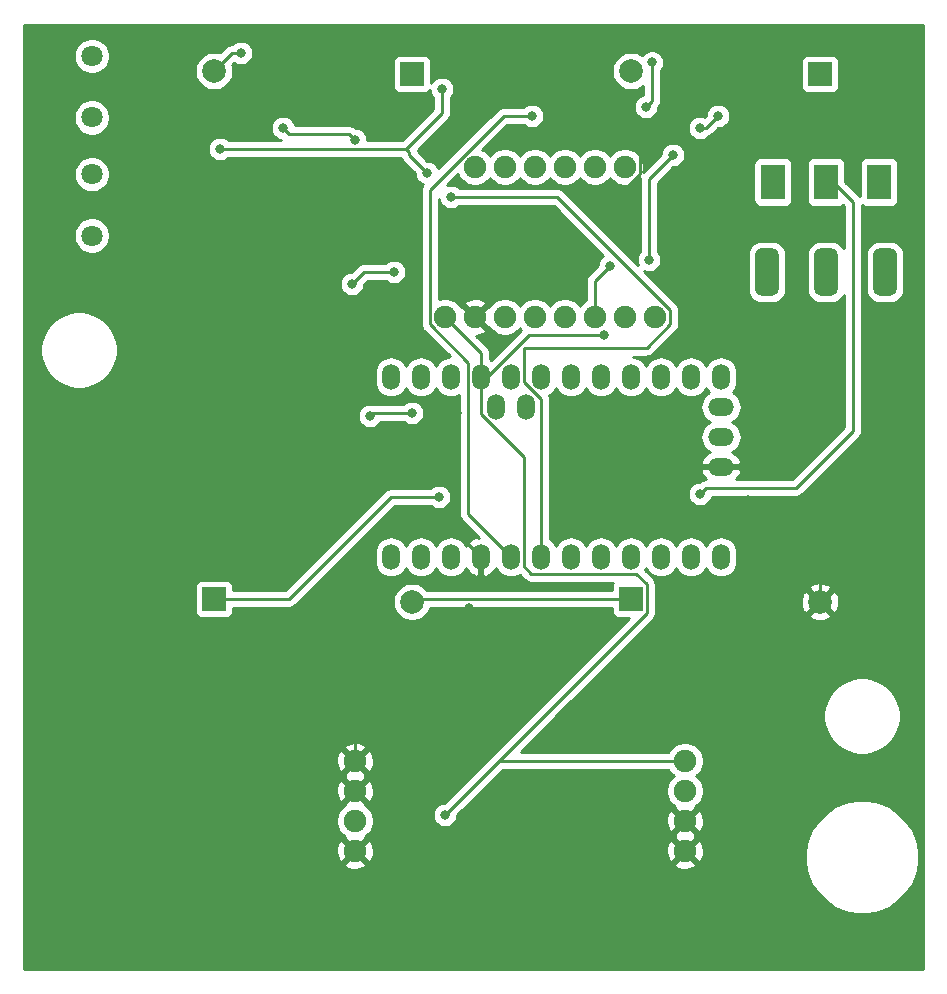
<source format=gbr>
%TF.GenerationSoftware,KiCad,Pcbnew,(5.1.6)-1*%
%TF.CreationDate,2020-06-19T21:21:41-04:00*%
%TF.ProjectId,TrialBBConversion,54726961-6c42-4424-936f-6e7665727369,rev?*%
%TF.SameCoordinates,Original*%
%TF.FileFunction,Copper,L2,Bot*%
%TF.FilePolarity,Positive*%
%FSLAX46Y46*%
G04 Gerber Fmt 4.6, Leading zero omitted, Abs format (unit mm)*
G04 Created by KiCad (PCBNEW (5.1.6)-1) date 2020-06-19 21:21:41*
%MOMM*%
%LPD*%
G01*
G04 APERTURE LIST*
%TA.AperFunction,ComponentPad*%
%ADD10C,1.800000*%
%TD*%
%TA.AperFunction,ComponentPad*%
%ADD11R,2.000000X3.000000*%
%TD*%
%TA.AperFunction,ComponentPad*%
%ADD12O,2.199640X1.501140*%
%TD*%
%TA.AperFunction,ComponentPad*%
%ADD13O,1.501140X2.199640*%
%TD*%
%TA.AperFunction,ComponentPad*%
%ADD14C,1.905000*%
%TD*%
%TA.AperFunction,ComponentPad*%
%ADD15C,2.000000*%
%TD*%
%TA.AperFunction,ComponentPad*%
%ADD16R,2.000000X2.000000*%
%TD*%
%TA.AperFunction,ViaPad*%
%ADD17C,0.800000*%
%TD*%
%TA.AperFunction,Conductor*%
%ADD18C,0.250000*%
%TD*%
%TA.AperFunction,Conductor*%
%ADD19C,0.254000*%
%TD*%
G04 APERTURE END LIST*
D10*
%TO.P,SW2,1*%
%TO.N,Net-(R7-Pad1)*%
X125810000Y-73162000D03*
%TO.P,SW2,2*%
%TO.N,3.3vlabel*%
X125810000Y-78362000D03*
%TD*%
%TO.P,SW3,1*%
%TO.N,Net-(R8-Pad1)*%
X125810000Y-83162000D03*
%TO.P,SW3,2*%
%TO.N,3.3vlabel*%
X125810000Y-88362000D03*
%TD*%
D11*
%TO.P,SW1,2*%
%TO.N,Net-(BT3-Pad1)*%
X187960000Y-83820000D03*
%TO.P,SW1,3*%
%TO.N,Net-(SW1-Pad3)*%
X192460000Y-83820000D03*
%TO.P,SW1,1*%
%TO.N,Net-(SW1-Pad1)*%
X183460000Y-83820000D03*
%TD*%
D12*
%TO.P,X1,29*%
%TO.N,GND*%
X179070000Y-107950000D03*
%TO.P,X1,28*%
%TO.N,Net-(X1-Pad28)*%
X179070000Y-105410000D03*
%TO.P,X1,27*%
%TO.N,Net-(X1-Pad27)*%
X179070000Y-102870000D03*
D13*
%TO.P,X1,26*%
%TO.N,Net-(X1-Pad26)*%
X160020000Y-102870000D03*
%TO.P,X1,25*%
%TO.N,Net-(X1-Pad25)*%
X162560000Y-102870000D03*
%TO.P,X1,24*%
%TO.N,Net-(X1-Pad24)*%
X151130000Y-100330000D03*
%TO.P,X1,23*%
%TO.N,Net-(X1-Pad23)*%
X153670000Y-100330000D03*
%TO.P,X1,22*%
%TO.N,Net-(X1-Pad22)*%
X156210000Y-100330000D03*
%TO.P,X1,21*%
%TO.N,3.3vlabel*%
X158750000Y-100330000D03*
%TO.P,X1,20*%
%TO.N,Net-(X1-Pad20)*%
X161290000Y-100330000D03*
%TO.P,X1,19*%
%TO.N,Net-(X1-Pad19)*%
X163830000Y-100330000D03*
%TO.P,X1,18*%
%TO.N,Net-(R13-Pad1)*%
X166370000Y-100330000D03*
%TO.P,X1,17*%
%TO.N,Net-(R12-Pad1)*%
X168910000Y-100330000D03*
%TO.P,X1,16*%
%TO.N,Net-(R2-Pad1)*%
X171450000Y-100330000D03*
%TO.P,X1,15*%
%TO.N,Net-(R1-Pad1)*%
X173990000Y-100330000D03*
%TO.P,X1,14*%
%TO.N,Net-(U1-Pad7)*%
X176530000Y-100330000D03*
%TO.P,X1,13*%
%TO.N,Net-(U2-Pad6)*%
X179070000Y-100330000D03*
%TO.P,X1,12*%
%TO.N,Net-(R10-Pad1)*%
X179070000Y-115570000D03*
%TO.P,X1,11*%
%TO.N,Net-(R9-Pad1)*%
X176530000Y-115570000D03*
%TO.P,X1,10*%
%TO.N,Net-(R6-Pad1)*%
X173990000Y-115570000D03*
%TO.P,X1,9*%
%TO.N,Net-(R5-Pad1)*%
X171450000Y-115570000D03*
%TO.P,X1,8*%
%TO.N,Net-(R4-Pad1)*%
X168910000Y-115570000D03*
%TO.P,X1,7*%
%TO.N,Net-(R3-Pad1)*%
X166370000Y-115570000D03*
%TO.P,X1,6*%
%TO.N,Net-(R8-Pad1)*%
X163830000Y-115570000D03*
%TO.P,X1,5*%
%TO.N,Net-(R7-Pad1)*%
X161290000Y-115570000D03*
%TO.P,X1,4*%
%TO.N,GND*%
X158750000Y-115570000D03*
%TO.P,X1,3*%
%TO.N,Net-(X1-Pad3)*%
X156210000Y-115570000D03*
%TO.P,X1,2*%
%TO.N,Net-(X1-Pad2)*%
X153670000Y-115570000D03*
%TO.P,X1,1*%
%TO.N,Net-(X1-Pad1)*%
X151130000Y-115570000D03*
%TD*%
%TO.P,U3,3*%
%TO.N,Net-(U3-Pad3)*%
%TA.AperFunction,ComponentPad*%
G36*
G01*
X183960000Y-89940000D02*
X183960000Y-92940000D01*
G75*
G02*
X183460000Y-93440000I-500000J0D01*
G01*
X182460000Y-93440000D01*
G75*
G02*
X181960000Y-92940000I0J500000D01*
G01*
X181960000Y-89940000D01*
G75*
G02*
X182460000Y-89440000I500000J0D01*
G01*
X183460000Y-89440000D01*
G75*
G02*
X183960000Y-89940000I0J-500000D01*
G01*
G37*
%TD.AperFunction*%
%TO.P,U3,2*%
%TO.N,Net-(U1-Pad14)*%
%TA.AperFunction,ComponentPad*%
G36*
G01*
X188960000Y-89940000D02*
X188960000Y-92940000D01*
G75*
G02*
X188460000Y-93440000I-500000J0D01*
G01*
X187460000Y-93440000D01*
G75*
G02*
X186960000Y-92940000I0J500000D01*
G01*
X186960000Y-89940000D01*
G75*
G02*
X187460000Y-89440000I500000J0D01*
G01*
X188460000Y-89440000D01*
G75*
G02*
X188960000Y-89940000I0J-500000D01*
G01*
G37*
%TD.AperFunction*%
%TO.P,U3,1*%
%TO.N,Net-(U1-Pad11)*%
%TA.AperFunction,ComponentPad*%
G36*
G01*
X193960000Y-89940000D02*
X193960000Y-92940000D01*
G75*
G02*
X193460000Y-93440000I-500000J0D01*
G01*
X192460000Y-93440000D01*
G75*
G02*
X191960000Y-92940000I0J500000D01*
G01*
X191960000Y-89940000D01*
G75*
G02*
X192460000Y-89440000I500000J0D01*
G01*
X193460000Y-89440000D01*
G75*
G02*
X193960000Y-89940000I0J-500000D01*
G01*
G37*
%TD.AperFunction*%
%TD*%
D14*
%TO.P,U2,8*%
%TO.N,GND*%
X176022000Y-140462000D03*
%TO.P,U2,7*%
X176022000Y-137922000D03*
%TO.P,U2,6*%
%TO.N,Net-(U2-Pad6)*%
X176022000Y-135382000D03*
%TO.P,U2,5*%
%TO.N,3.3vlabel*%
X176022000Y-132842000D03*
%TO.P,U2,4*%
%TO.N,GND*%
X148082000Y-132842000D03*
%TO.P,U2,3*%
X148082000Y-135382000D03*
%TO.P,U2,2*%
%TO.N,3.3vlabel*%
X148082000Y-137922000D03*
%TO.P,U2,1*%
%TO.N,GND*%
X148082000Y-140462000D03*
%TD*%
%TO.P,U1,14*%
%TO.N,Net-(U1-Pad14)*%
X158242000Y-82550000D03*
%TO.P,U1,13*%
%TO.N,Net-(U1-Pad13)*%
X160782000Y-82550000D03*
%TO.P,U1,12*%
%TO.N,Net-(U1-Pad12)*%
X163322000Y-82550000D03*
%TO.P,U1,11*%
%TO.N,Net-(U1-Pad11)*%
X165862000Y-82550000D03*
%TO.P,U1,10*%
%TO.N,Net-(U1-Pad10)*%
X168402000Y-82550000D03*
%TO.P,U1,9*%
%TO.N,Net-(U1-Pad9)*%
X170942000Y-82550000D03*
%TO.P,U1,8*%
%TO.N,Net-(U1-Pad8)*%
X173482000Y-95250000D03*
%TO.P,U1,7*%
%TO.N,Net-(U1-Pad7)*%
X170942000Y-95250000D03*
%TO.P,U1,6*%
%TO.N,3.3vlabel*%
X168402000Y-95250000D03*
%TO.P,U1,5*%
%TO.N,Net-(U1-Pad5)*%
X165862000Y-95250000D03*
%TO.P,U1,4*%
%TO.N,Net-(U1-Pad4)*%
X163322000Y-95250000D03*
%TO.P,U1,3*%
%TO.N,Net-(U1-Pad3)*%
X160782000Y-95250000D03*
%TO.P,U1,2*%
%TO.N,GND*%
X158242000Y-95250000D03*
%TO.P,U1,1*%
%TO.N,3.3vlabel*%
X155702000Y-95250000D03*
%TD*%
D15*
%TO.P,BT4,2*%
%TO.N,GND*%
X187452000Y-119376000D03*
D16*
%TO.P,BT4,1*%
%TO.N,Net-(BT2-Pad2)*%
X187452000Y-74676000D03*
%TD*%
D15*
%TO.P,BT3,2*%
%TO.N,Net-(BT1-Pad1)*%
X136144000Y-74426000D03*
D16*
%TO.P,BT3,1*%
%TO.N,Net-(BT3-Pad1)*%
X136144000Y-119126000D03*
%TD*%
D15*
%TO.P,BT2,2*%
%TO.N,Net-(BT2-Pad2)*%
X171450000Y-74426000D03*
D16*
%TO.P,BT2,1*%
%TO.N,Net-(BT1-Pad2)*%
X171450000Y-119126000D03*
%TD*%
D15*
%TO.P,BT1,2*%
%TO.N,Net-(BT1-Pad2)*%
X152908000Y-119376000D03*
D16*
%TO.P,BT1,1*%
%TO.N,Net-(BT1-Pad1)*%
X152908000Y-74676000D03*
%TD*%
D17*
%TO.N,GND*%
X178816000Y-72644000D03*
X176022000Y-73701000D03*
X175006000Y-75184000D03*
X165862000Y-87630000D03*
X168651347Y-86364653D03*
X171196000Y-78232000D03*
X130810000Y-89408000D03*
X130810000Y-87630000D03*
X131572000Y-81788000D03*
X131064000Y-79756000D03*
X181356000Y-110744000D03*
X174752000Y-109982000D03*
X157734000Y-119888000D03*
X160274000Y-97536000D03*
X156718000Y-103378000D03*
X177927000Y-70866000D03*
%TO.N,Net-(BT1-Pad1)*%
X138430000Y-72898000D03*
%TO.N,Net-(BT3-Pad1)*%
X155194000Y-110490000D03*
X177292000Y-110236000D03*
%TO.N,Net-(R1-Pad1)*%
X141986000Y-79248000D03*
X148082000Y-80264000D03*
X173990000Y-100330000D03*
%TO.N,Net-(R7-Pad1)*%
X163068000Y-78232000D03*
%TO.N,Net-(R8-Pad1)*%
X155448000Y-75946000D03*
X136652000Y-81026000D03*
X156210000Y-85090000D03*
X154178000Y-83058000D03*
%TO.N,3.3vlabel*%
X178820653Y-78227347D03*
X177292000Y-79248000D03*
X172720000Y-77470000D03*
X173228000Y-73701000D03*
X169164000Y-96774000D03*
X151384000Y-91440000D03*
X147828000Y-92456000D03*
X169672000Y-90932000D03*
X172974000Y-90424000D03*
X175006000Y-81534000D03*
X155702000Y-137414000D03*
%TO.N,Net-(R13-Pad1)*%
X152908000Y-103378000D03*
X149352000Y-103632000D03*
%TD*%
D18*
%TO.N,GND*%
X176022000Y-73701000D02*
X176022000Y-75184000D01*
X175006000Y-75184000D02*
X176022000Y-75184000D01*
X158242000Y-95250000D02*
X165862000Y-87630000D01*
X172219501Y-83163201D02*
X172219501Y-79255501D01*
X168651347Y-86364653D02*
X169018049Y-86364653D01*
X169018049Y-86364653D02*
X172219501Y-83163201D01*
X172219501Y-79255501D02*
X171196000Y-78232000D01*
X130810000Y-89408000D02*
X130810000Y-87630000D01*
X131572000Y-81788000D02*
X131572000Y-80264000D01*
X131572000Y-80264000D02*
X131064000Y-79756000D01*
X187452000Y-119376000D02*
X187452000Y-117094000D01*
X187452000Y-117094000D02*
X181356000Y-110998000D01*
X181356000Y-110998000D02*
X181356000Y-110744000D01*
X174752000Y-109982000D02*
X176784000Y-107950000D01*
X176784000Y-107950000D02*
X179070000Y-107950000D01*
X148082000Y-132842000D02*
X148082000Y-129540000D01*
X148082000Y-129540000D02*
X157734000Y-119888000D01*
X158242000Y-95250000D02*
X160274000Y-97282000D01*
X160274000Y-97282000D02*
X160274000Y-97536000D01*
X156718000Y-113538000D02*
X158750000Y-115570000D01*
X156718000Y-103378000D02*
X156718000Y-113538000D01*
X177800000Y-71628000D02*
X178816000Y-72644000D01*
X177927000Y-70866000D02*
X177800000Y-71628000D01*
%TO.N,Net-(BT1-Pad2)*%
X153158000Y-119126000D02*
X152908000Y-119376000D01*
X171450000Y-119126000D02*
X153158000Y-119126000D01*
%TO.N,Net-(BT1-Pad1)*%
X137672000Y-72898000D02*
X136144000Y-74426000D01*
X138430000Y-72898000D02*
X137672000Y-72898000D01*
%TO.N,Net-(BT3-Pad1)*%
X136144000Y-119126000D02*
X142494000Y-119126000D01*
X142494000Y-119126000D02*
X151130000Y-110490000D01*
X151130000Y-110490000D02*
X155194000Y-110490000D01*
X177292000Y-110236000D02*
X177800000Y-109728000D01*
X177800000Y-109728000D02*
X185420000Y-109728000D01*
X185420000Y-109728000D02*
X190246000Y-104902000D01*
X190246000Y-85526000D02*
X188540000Y-83820000D01*
X190246000Y-104902000D02*
X190246000Y-85526000D01*
%TO.N,Net-(R1-Pad1)*%
X141986000Y-79248000D02*
X142494000Y-79756000D01*
X142494000Y-79756000D02*
X147574000Y-79756000D01*
X147574000Y-79756000D02*
X148082000Y-80264000D01*
%TO.N,Net-(R7-Pad1)*%
X157674420Y-111954420D02*
X161290000Y-115570000D01*
X157674420Y-99113122D02*
X157674420Y-111954420D01*
X154424499Y-95863201D02*
X157674420Y-99113122D01*
X154424499Y-84476799D02*
X154424499Y-95863201D01*
X160669298Y-78232000D02*
X154424499Y-84476799D01*
X163068000Y-78232000D02*
X160669298Y-78232000D01*
%TO.N,Net-(R8-Pad1)*%
X155448000Y-75946000D02*
X155448000Y-77978000D01*
X155448000Y-77978000D02*
X152400000Y-81026000D01*
X152400000Y-81026000D02*
X136652000Y-81026000D01*
X174759501Y-94636799D02*
X165212702Y-85090000D01*
X163830000Y-102200349D02*
X162365580Y-100735929D01*
X163830000Y-115570000D02*
X163830000Y-102200349D01*
X174759501Y-95863201D02*
X174759501Y-94636799D01*
X162365580Y-100735929D02*
X162365580Y-97849580D01*
X162365580Y-97849580D02*
X172773122Y-97849580D01*
X172773122Y-97849580D02*
X174759501Y-95863201D01*
X165212702Y-85090000D02*
X156210000Y-85090000D01*
X154178000Y-83058000D02*
X152654000Y-81534000D01*
X152654000Y-81280000D02*
X152400000Y-81026000D01*
X152654000Y-81534000D02*
X152654000Y-81280000D01*
%TO.N,3.3vlabel*%
X178820653Y-78227347D02*
X177800000Y-79248000D01*
X177800000Y-79248000D02*
X177292000Y-79248000D01*
X172720000Y-77470000D02*
X173228000Y-76962000D01*
X173228000Y-76962000D02*
X173228000Y-73701000D01*
X159248750Y-100330000D02*
X158750000Y-100330000D01*
X162804750Y-96774000D02*
X159248750Y-100330000D01*
X169164000Y-96774000D02*
X162804750Y-96774000D01*
X158750000Y-98298000D02*
X158750000Y-100330000D01*
X155702000Y-95250000D02*
X158750000Y-98298000D01*
X151384000Y-91440000D02*
X148844000Y-91440000D01*
X148844000Y-91440000D02*
X147828000Y-92456000D01*
X168402000Y-95250000D02*
X168402000Y-92202000D01*
X168402000Y-92202000D02*
X169672000Y-90932000D01*
X172974000Y-90424000D02*
X172974000Y-83566000D01*
X172974000Y-83566000D02*
X175006000Y-81534000D01*
X160274000Y-132842000D02*
X176022000Y-132842000D01*
X155702000Y-137414000D02*
X160274000Y-132842000D01*
X162365580Y-116364769D02*
X162365580Y-107085929D01*
X162995641Y-116994830D02*
X162365580Y-116364769D01*
X158750000Y-103470349D02*
X158750000Y-100330000D01*
X162365580Y-107085929D02*
X158750000Y-103470349D01*
X172775001Y-117865999D02*
X171903832Y-116994830D01*
X172775001Y-120340999D02*
X172775001Y-117865999D01*
X171903832Y-116994830D02*
X162995641Y-116994830D01*
X160274000Y-132842000D02*
X172775001Y-120340999D01*
%TO.N,Net-(R13-Pad1)*%
X152908000Y-103378000D02*
X149606000Y-103378000D01*
X149606000Y-103378000D02*
X149352000Y-103632000D01*
%TD*%
D19*
%TO.N,GND*%
G36*
X196165001Y-150445000D02*
G01*
X120065000Y-150445000D01*
X120065000Y-141563535D01*
X147160070Y-141563535D01*
X147250098Y-141823081D01*
X147531616Y-141959224D01*
X147834286Y-142037829D01*
X148146474Y-142055877D01*
X148456185Y-142012672D01*
X148751516Y-141909877D01*
X148913902Y-141823081D01*
X149003930Y-141563535D01*
X175100070Y-141563535D01*
X175190098Y-141823081D01*
X175471616Y-141959224D01*
X175774286Y-142037829D01*
X176086474Y-142055877D01*
X176396185Y-142012672D01*
X176691516Y-141909877D01*
X176853902Y-141823081D01*
X176943930Y-141563535D01*
X176022000Y-140641605D01*
X175100070Y-141563535D01*
X149003930Y-141563535D01*
X148082000Y-140641605D01*
X147160070Y-141563535D01*
X120065000Y-141563535D01*
X120065000Y-140526474D01*
X146488123Y-140526474D01*
X146531328Y-140836185D01*
X146634123Y-141131516D01*
X146720919Y-141293902D01*
X146980465Y-141383930D01*
X147902395Y-140462000D01*
X148261605Y-140462000D01*
X149183535Y-141383930D01*
X149443081Y-141293902D01*
X149579224Y-141012384D01*
X149657829Y-140709714D01*
X149668422Y-140526474D01*
X174428123Y-140526474D01*
X174471328Y-140836185D01*
X174574123Y-141131516D01*
X174660919Y-141293902D01*
X174920465Y-141383930D01*
X175842395Y-140462000D01*
X176201605Y-140462000D01*
X177123535Y-141383930D01*
X177383081Y-141293902D01*
X177519224Y-141012384D01*
X177597829Y-140709714D01*
X177610311Y-140493794D01*
X186173000Y-140493794D01*
X186173000Y-141446206D01*
X186358807Y-142380317D01*
X186723279Y-143260231D01*
X187252411Y-144052133D01*
X187925867Y-144725589D01*
X188717769Y-145254721D01*
X189597683Y-145619193D01*
X190531794Y-145805000D01*
X191484206Y-145805000D01*
X192418317Y-145619193D01*
X193298231Y-145254721D01*
X194090133Y-144725589D01*
X194763589Y-144052133D01*
X195292721Y-143260231D01*
X195657193Y-142380317D01*
X195843000Y-141446206D01*
X195843000Y-140493794D01*
X195657193Y-139559683D01*
X195292721Y-138679769D01*
X194763589Y-137887867D01*
X194090133Y-137214411D01*
X193298231Y-136685279D01*
X192418317Y-136320807D01*
X191484206Y-136135000D01*
X190531794Y-136135000D01*
X189597683Y-136320807D01*
X188717769Y-136685279D01*
X187925867Y-137214411D01*
X187252411Y-137887867D01*
X186723279Y-138679769D01*
X186358807Y-139559683D01*
X186173000Y-140493794D01*
X177610311Y-140493794D01*
X177615877Y-140397526D01*
X177572672Y-140087815D01*
X177469877Y-139792484D01*
X177383081Y-139630098D01*
X177123535Y-139540070D01*
X176201605Y-140462000D01*
X175842395Y-140462000D01*
X174920465Y-139540070D01*
X174660919Y-139630098D01*
X174524776Y-139911616D01*
X174446171Y-140214286D01*
X174428123Y-140526474D01*
X149668422Y-140526474D01*
X149675877Y-140397526D01*
X149632672Y-140087815D01*
X149529877Y-139792484D01*
X149443081Y-139630098D01*
X149183535Y-139540070D01*
X148261605Y-140462000D01*
X147902395Y-140462000D01*
X146980465Y-139540070D01*
X146720919Y-139630098D01*
X146584776Y-139911616D01*
X146506171Y-140214286D01*
X146488123Y-140526474D01*
X120065000Y-140526474D01*
X120065000Y-137765645D01*
X146494500Y-137765645D01*
X146494500Y-138078355D01*
X146555507Y-138385057D01*
X146675176Y-138673963D01*
X146848908Y-138933972D01*
X147070028Y-139155092D01*
X147200961Y-139242578D01*
X147160070Y-139360465D01*
X148082000Y-140282395D01*
X149003930Y-139360465D01*
X148963039Y-139242578D01*
X149093972Y-139155092D01*
X149225529Y-139023535D01*
X175100070Y-139023535D01*
X175158505Y-139192000D01*
X175100070Y-139360465D01*
X176022000Y-140282395D01*
X176943930Y-139360465D01*
X176885495Y-139192000D01*
X176943930Y-139023535D01*
X176022000Y-138101605D01*
X175100070Y-139023535D01*
X149225529Y-139023535D01*
X149315092Y-138933972D01*
X149488824Y-138673963D01*
X149608493Y-138385057D01*
X149669500Y-138078355D01*
X149669500Y-137765645D01*
X149608493Y-137458943D01*
X149488824Y-137170037D01*
X149315092Y-136910028D01*
X149093972Y-136688908D01*
X148963039Y-136601422D01*
X149003930Y-136483535D01*
X148082000Y-135561605D01*
X147160070Y-136483535D01*
X147200961Y-136601422D01*
X147070028Y-136688908D01*
X146848908Y-136910028D01*
X146675176Y-137170037D01*
X146555507Y-137458943D01*
X146494500Y-137765645D01*
X120065000Y-137765645D01*
X120065000Y-135446474D01*
X146488123Y-135446474D01*
X146531328Y-135756185D01*
X146634123Y-136051516D01*
X146720919Y-136213902D01*
X146980465Y-136303930D01*
X147902395Y-135382000D01*
X148261605Y-135382000D01*
X149183535Y-136303930D01*
X149443081Y-136213902D01*
X149579224Y-135932384D01*
X149657829Y-135629714D01*
X149675877Y-135317526D01*
X149632672Y-135007815D01*
X149529877Y-134712484D01*
X149443081Y-134550098D01*
X149183535Y-134460070D01*
X148261605Y-135382000D01*
X147902395Y-135382000D01*
X146980465Y-134460070D01*
X146720919Y-134550098D01*
X146584776Y-134831616D01*
X146506171Y-135134286D01*
X146488123Y-135446474D01*
X120065000Y-135446474D01*
X120065000Y-133943535D01*
X147160070Y-133943535D01*
X147218505Y-134112000D01*
X147160070Y-134280465D01*
X148082000Y-135202395D01*
X149003930Y-134280465D01*
X148945495Y-134112000D01*
X149003930Y-133943535D01*
X148082000Y-133021605D01*
X147160070Y-133943535D01*
X120065000Y-133943535D01*
X120065000Y-132906474D01*
X146488123Y-132906474D01*
X146531328Y-133216185D01*
X146634123Y-133511516D01*
X146720919Y-133673902D01*
X146980465Y-133763930D01*
X147902395Y-132842000D01*
X148261605Y-132842000D01*
X149183535Y-133763930D01*
X149443081Y-133673902D01*
X149579224Y-133392384D01*
X149657829Y-133089714D01*
X149675877Y-132777526D01*
X149632672Y-132467815D01*
X149529877Y-132172484D01*
X149443081Y-132010098D01*
X149183535Y-131920070D01*
X148261605Y-132842000D01*
X147902395Y-132842000D01*
X146980465Y-131920070D01*
X146720919Y-132010098D01*
X146584776Y-132291616D01*
X146506171Y-132594286D01*
X146488123Y-132906474D01*
X120065000Y-132906474D01*
X120065000Y-131740465D01*
X147160070Y-131740465D01*
X148082000Y-132662395D01*
X149003930Y-131740465D01*
X148913902Y-131480919D01*
X148632384Y-131344776D01*
X148329714Y-131266171D01*
X148017526Y-131248123D01*
X147707815Y-131291328D01*
X147412484Y-131394123D01*
X147250098Y-131480919D01*
X147160070Y-131740465D01*
X120065000Y-131740465D01*
X120065000Y-118126000D01*
X134505928Y-118126000D01*
X134505928Y-120126000D01*
X134518188Y-120250482D01*
X134554498Y-120370180D01*
X134613463Y-120480494D01*
X134692815Y-120577185D01*
X134789506Y-120656537D01*
X134899820Y-120715502D01*
X135019518Y-120751812D01*
X135144000Y-120764072D01*
X137144000Y-120764072D01*
X137268482Y-120751812D01*
X137388180Y-120715502D01*
X137498494Y-120656537D01*
X137595185Y-120577185D01*
X137674537Y-120480494D01*
X137733502Y-120370180D01*
X137769812Y-120250482D01*
X137782072Y-120126000D01*
X137782072Y-119886000D01*
X142456678Y-119886000D01*
X142494000Y-119889676D01*
X142531322Y-119886000D01*
X142531333Y-119886000D01*
X142642986Y-119875003D01*
X142786247Y-119831546D01*
X142918276Y-119760974D01*
X143034001Y-119666001D01*
X143057804Y-119636997D01*
X151444802Y-111250000D01*
X154490289Y-111250000D01*
X154534226Y-111293937D01*
X154703744Y-111407205D01*
X154892102Y-111485226D01*
X155092061Y-111525000D01*
X155295939Y-111525000D01*
X155495898Y-111485226D01*
X155684256Y-111407205D01*
X155853774Y-111293937D01*
X155997937Y-111149774D01*
X156111205Y-110980256D01*
X156189226Y-110791898D01*
X156229000Y-110591939D01*
X156229000Y-110388061D01*
X156189226Y-110188102D01*
X156111205Y-109999744D01*
X155997937Y-109830226D01*
X155853774Y-109686063D01*
X155684256Y-109572795D01*
X155495898Y-109494774D01*
X155295939Y-109455000D01*
X155092061Y-109455000D01*
X154892102Y-109494774D01*
X154703744Y-109572795D01*
X154534226Y-109686063D01*
X154490289Y-109730000D01*
X151167322Y-109730000D01*
X151129999Y-109726324D01*
X151092676Y-109730000D01*
X151092667Y-109730000D01*
X150981014Y-109740997D01*
X150837753Y-109784454D01*
X150705724Y-109855026D01*
X150589999Y-109949999D01*
X150566201Y-109978997D01*
X142179199Y-118366000D01*
X137782072Y-118366000D01*
X137782072Y-118126000D01*
X137769812Y-118001518D01*
X137733502Y-117881820D01*
X137674537Y-117771506D01*
X137595185Y-117674815D01*
X137498494Y-117595463D01*
X137388180Y-117536498D01*
X137268482Y-117500188D01*
X137144000Y-117487928D01*
X135144000Y-117487928D01*
X135019518Y-117500188D01*
X134899820Y-117536498D01*
X134789506Y-117595463D01*
X134692815Y-117674815D01*
X134613463Y-117771506D01*
X134554498Y-117881820D01*
X134518188Y-118001518D01*
X134505928Y-118126000D01*
X120065000Y-118126000D01*
X120065000Y-103530061D01*
X148317000Y-103530061D01*
X148317000Y-103733939D01*
X148356774Y-103933898D01*
X148434795Y-104122256D01*
X148548063Y-104291774D01*
X148692226Y-104435937D01*
X148861744Y-104549205D01*
X149050102Y-104627226D01*
X149250061Y-104667000D01*
X149453939Y-104667000D01*
X149653898Y-104627226D01*
X149842256Y-104549205D01*
X150011774Y-104435937D01*
X150155937Y-104291774D01*
X150258685Y-104138000D01*
X152204289Y-104138000D01*
X152248226Y-104181937D01*
X152417744Y-104295205D01*
X152606102Y-104373226D01*
X152806061Y-104413000D01*
X153009939Y-104413000D01*
X153209898Y-104373226D01*
X153398256Y-104295205D01*
X153567774Y-104181937D01*
X153711937Y-104037774D01*
X153825205Y-103868256D01*
X153903226Y-103679898D01*
X153943000Y-103479939D01*
X153943000Y-103276061D01*
X153903226Y-103076102D01*
X153825205Y-102887744D01*
X153711937Y-102718226D01*
X153567774Y-102574063D01*
X153398256Y-102460795D01*
X153209898Y-102382774D01*
X153009939Y-102343000D01*
X152806061Y-102343000D01*
X152606102Y-102382774D01*
X152417744Y-102460795D01*
X152248226Y-102574063D01*
X152204289Y-102618000D01*
X149643322Y-102618000D01*
X149605999Y-102614324D01*
X149568676Y-102618000D01*
X149568667Y-102618000D01*
X149562545Y-102618603D01*
X149453939Y-102597000D01*
X149250061Y-102597000D01*
X149050102Y-102636774D01*
X148861744Y-102714795D01*
X148692226Y-102828063D01*
X148548063Y-102972226D01*
X148434795Y-103141744D01*
X148356774Y-103330102D01*
X148317000Y-103530061D01*
X120065000Y-103530061D01*
X120065000Y-97720456D01*
X121429000Y-97720456D01*
X121429000Y-98367544D01*
X121555240Y-99002199D01*
X121802871Y-99600031D01*
X122162374Y-100138066D01*
X122619934Y-100595626D01*
X123157969Y-100955129D01*
X123755801Y-101202760D01*
X124390456Y-101329000D01*
X125037544Y-101329000D01*
X125672199Y-101202760D01*
X126270031Y-100955129D01*
X126808066Y-100595626D01*
X127265626Y-100138066D01*
X127625129Y-99600031D01*
X127872760Y-99002199D01*
X127999000Y-98367544D01*
X127999000Y-97720456D01*
X127872760Y-97085801D01*
X127625129Y-96487969D01*
X127265626Y-95949934D01*
X126808066Y-95492374D01*
X126270031Y-95132871D01*
X125672199Y-94885240D01*
X125037544Y-94759000D01*
X124390456Y-94759000D01*
X123755801Y-94885240D01*
X123157969Y-95132871D01*
X122619934Y-95492374D01*
X122162374Y-95949934D01*
X121802871Y-96487969D01*
X121555240Y-97085801D01*
X121429000Y-97720456D01*
X120065000Y-97720456D01*
X120065000Y-92354061D01*
X146793000Y-92354061D01*
X146793000Y-92557939D01*
X146832774Y-92757898D01*
X146910795Y-92946256D01*
X147024063Y-93115774D01*
X147168226Y-93259937D01*
X147337744Y-93373205D01*
X147526102Y-93451226D01*
X147726061Y-93491000D01*
X147929939Y-93491000D01*
X148129898Y-93451226D01*
X148318256Y-93373205D01*
X148487774Y-93259937D01*
X148631937Y-93115774D01*
X148745205Y-92946256D01*
X148823226Y-92757898D01*
X148863000Y-92557939D01*
X148863000Y-92495801D01*
X149158802Y-92200000D01*
X150680289Y-92200000D01*
X150724226Y-92243937D01*
X150893744Y-92357205D01*
X151082102Y-92435226D01*
X151282061Y-92475000D01*
X151485939Y-92475000D01*
X151685898Y-92435226D01*
X151874256Y-92357205D01*
X152043774Y-92243937D01*
X152187937Y-92099774D01*
X152301205Y-91930256D01*
X152379226Y-91741898D01*
X152419000Y-91541939D01*
X152419000Y-91338061D01*
X152379226Y-91138102D01*
X152301205Y-90949744D01*
X152187937Y-90780226D01*
X152043774Y-90636063D01*
X151874256Y-90522795D01*
X151685898Y-90444774D01*
X151485939Y-90405000D01*
X151282061Y-90405000D01*
X151082102Y-90444774D01*
X150893744Y-90522795D01*
X150724226Y-90636063D01*
X150680289Y-90680000D01*
X148881322Y-90680000D01*
X148844000Y-90676324D01*
X148806677Y-90680000D01*
X148806667Y-90680000D01*
X148695014Y-90690997D01*
X148579959Y-90725898D01*
X148551753Y-90734454D01*
X148419723Y-90805026D01*
X148336083Y-90873668D01*
X148303999Y-90899999D01*
X148280201Y-90928997D01*
X147788199Y-91421000D01*
X147726061Y-91421000D01*
X147526102Y-91460774D01*
X147337744Y-91538795D01*
X147168226Y-91652063D01*
X147024063Y-91796226D01*
X146910795Y-91965744D01*
X146832774Y-92154102D01*
X146793000Y-92354061D01*
X120065000Y-92354061D01*
X120065000Y-88210816D01*
X124275000Y-88210816D01*
X124275000Y-88513184D01*
X124333989Y-88809743D01*
X124449701Y-89089095D01*
X124617688Y-89340505D01*
X124831495Y-89554312D01*
X125082905Y-89722299D01*
X125362257Y-89838011D01*
X125658816Y-89897000D01*
X125961184Y-89897000D01*
X126257743Y-89838011D01*
X126537095Y-89722299D01*
X126788505Y-89554312D01*
X127002312Y-89340505D01*
X127170299Y-89089095D01*
X127286011Y-88809743D01*
X127345000Y-88513184D01*
X127345000Y-88210816D01*
X127286011Y-87914257D01*
X127170299Y-87634905D01*
X127002312Y-87383495D01*
X126788505Y-87169688D01*
X126537095Y-87001701D01*
X126257743Y-86885989D01*
X125961184Y-86827000D01*
X125658816Y-86827000D01*
X125362257Y-86885989D01*
X125082905Y-87001701D01*
X124831495Y-87169688D01*
X124617688Y-87383495D01*
X124449701Y-87634905D01*
X124333989Y-87914257D01*
X124275000Y-88210816D01*
X120065000Y-88210816D01*
X120065000Y-83010816D01*
X124275000Y-83010816D01*
X124275000Y-83313184D01*
X124333989Y-83609743D01*
X124449701Y-83889095D01*
X124617688Y-84140505D01*
X124831495Y-84354312D01*
X125082905Y-84522299D01*
X125362257Y-84638011D01*
X125658816Y-84697000D01*
X125961184Y-84697000D01*
X126257743Y-84638011D01*
X126537095Y-84522299D01*
X126788505Y-84354312D01*
X127002312Y-84140505D01*
X127170299Y-83889095D01*
X127286011Y-83609743D01*
X127345000Y-83313184D01*
X127345000Y-83010816D01*
X127286011Y-82714257D01*
X127170299Y-82434905D01*
X127002312Y-82183495D01*
X126788505Y-81969688D01*
X126537095Y-81801701D01*
X126257743Y-81685989D01*
X125961184Y-81627000D01*
X125658816Y-81627000D01*
X125362257Y-81685989D01*
X125082905Y-81801701D01*
X124831495Y-81969688D01*
X124617688Y-82183495D01*
X124449701Y-82434905D01*
X124333989Y-82714257D01*
X124275000Y-83010816D01*
X120065000Y-83010816D01*
X120065000Y-80924061D01*
X135617000Y-80924061D01*
X135617000Y-81127939D01*
X135656774Y-81327898D01*
X135734795Y-81516256D01*
X135848063Y-81685774D01*
X135992226Y-81829937D01*
X136161744Y-81943205D01*
X136350102Y-82021226D01*
X136550061Y-82061000D01*
X136753939Y-82061000D01*
X136953898Y-82021226D01*
X137142256Y-81943205D01*
X137311774Y-81829937D01*
X137355711Y-81786000D01*
X151936246Y-81786000D01*
X151946560Y-81820001D01*
X151948454Y-81826246D01*
X152019026Y-81958276D01*
X152058871Y-82006826D01*
X152113999Y-82074001D01*
X152143002Y-82097803D01*
X153143000Y-83097802D01*
X153143000Y-83159939D01*
X153182774Y-83359898D01*
X153260795Y-83548256D01*
X153374063Y-83717774D01*
X153518226Y-83861937D01*
X153687744Y-83975205D01*
X153811059Y-84026284D01*
X153789525Y-84052523D01*
X153757602Y-84112246D01*
X153718953Y-84184553D01*
X153675496Y-84327814D01*
X153664499Y-84439467D01*
X153664499Y-84439477D01*
X153660823Y-84476799D01*
X153664499Y-84514121D01*
X153664500Y-95825869D01*
X153660823Y-95863201D01*
X153664500Y-95900533D01*
X153664500Y-95900534D01*
X153675497Y-96012187D01*
X153675949Y-96013677D01*
X153718953Y-96155447D01*
X153789525Y-96287477D01*
X153842097Y-96351535D01*
X153884499Y-96403202D01*
X153913497Y-96427000D01*
X156087079Y-98600583D01*
X155938381Y-98615228D01*
X155677200Y-98694457D01*
X155436494Y-98823116D01*
X155225514Y-98996265D01*
X155052366Y-99207245D01*
X154940000Y-99417468D01*
X154827634Y-99207244D01*
X154654485Y-98996264D01*
X154443505Y-98823116D01*
X154202799Y-98694457D01*
X153941618Y-98615228D01*
X153670000Y-98588476D01*
X153398381Y-98615228D01*
X153137200Y-98694457D01*
X152896494Y-98823116D01*
X152685514Y-98996265D01*
X152512366Y-99207245D01*
X152400000Y-99417468D01*
X152287634Y-99207244D01*
X152114485Y-98996264D01*
X151903505Y-98823116D01*
X151662799Y-98694457D01*
X151401618Y-98615228D01*
X151130000Y-98588476D01*
X150858381Y-98615228D01*
X150597200Y-98694457D01*
X150356494Y-98823116D01*
X150145514Y-98996265D01*
X149972366Y-99207245D01*
X149843707Y-99447951D01*
X149764478Y-99709132D01*
X149744430Y-99912684D01*
X149744430Y-100747317D01*
X149764478Y-100950869D01*
X149843707Y-101212050D01*
X149972366Y-101452756D01*
X150145515Y-101663736D01*
X150356495Y-101836884D01*
X150597201Y-101965543D01*
X150858382Y-102044772D01*
X151130000Y-102071524D01*
X151401619Y-102044772D01*
X151662800Y-101965543D01*
X151903506Y-101836884D01*
X152114486Y-101663736D01*
X152287634Y-101452756D01*
X152400000Y-101242532D01*
X152512366Y-101452756D01*
X152685515Y-101663736D01*
X152896495Y-101836884D01*
X153137201Y-101965543D01*
X153398382Y-102044772D01*
X153670000Y-102071524D01*
X153941619Y-102044772D01*
X154202800Y-101965543D01*
X154443506Y-101836884D01*
X154654486Y-101663736D01*
X154827634Y-101452756D01*
X154940000Y-101242532D01*
X155052366Y-101452756D01*
X155225515Y-101663736D01*
X155436495Y-101836884D01*
X155677201Y-101965543D01*
X155938382Y-102044772D01*
X156210000Y-102071524D01*
X156481619Y-102044772D01*
X156742800Y-101965543D01*
X156914420Y-101873811D01*
X156914421Y-111917088D01*
X156910744Y-111954420D01*
X156925418Y-112103405D01*
X156968874Y-112246666D01*
X157039446Y-112378696D01*
X157110621Y-112465422D01*
X157134420Y-112494421D01*
X157163418Y-112518219D01*
X158622998Y-113977799D01*
X158622998Y-114000520D01*
X158408725Y-113877867D01*
X158337098Y-113892050D01*
X158085815Y-113998134D01*
X157860057Y-114151202D01*
X157668498Y-114345372D01*
X157518501Y-114573183D01*
X157482418Y-114661991D01*
X157367634Y-114447244D01*
X157194485Y-114236264D01*
X156983505Y-114063116D01*
X156742799Y-113934457D01*
X156481618Y-113855228D01*
X156210000Y-113828476D01*
X155938381Y-113855228D01*
X155677200Y-113934457D01*
X155436494Y-114063116D01*
X155225514Y-114236265D01*
X155052366Y-114447245D01*
X154940000Y-114657468D01*
X154827634Y-114447244D01*
X154654485Y-114236264D01*
X154443505Y-114063116D01*
X154202799Y-113934457D01*
X153941618Y-113855228D01*
X153670000Y-113828476D01*
X153398381Y-113855228D01*
X153137200Y-113934457D01*
X152896494Y-114063116D01*
X152685514Y-114236265D01*
X152512366Y-114447245D01*
X152400000Y-114657468D01*
X152287634Y-114447244D01*
X152114485Y-114236264D01*
X151903505Y-114063116D01*
X151662799Y-113934457D01*
X151401618Y-113855228D01*
X151130000Y-113828476D01*
X150858381Y-113855228D01*
X150597200Y-113934457D01*
X150356494Y-114063116D01*
X150145514Y-114236265D01*
X149972366Y-114447245D01*
X149843707Y-114687951D01*
X149764478Y-114949132D01*
X149744430Y-115152684D01*
X149744430Y-115987317D01*
X149764478Y-116190869D01*
X149843707Y-116452050D01*
X149972366Y-116692756D01*
X150145515Y-116903736D01*
X150356495Y-117076884D01*
X150597201Y-117205543D01*
X150858382Y-117284772D01*
X151130000Y-117311524D01*
X151401619Y-117284772D01*
X151662800Y-117205543D01*
X151903506Y-117076884D01*
X152114486Y-116903736D01*
X152287634Y-116692756D01*
X152400000Y-116482532D01*
X152512366Y-116692756D01*
X152685515Y-116903736D01*
X152896495Y-117076884D01*
X153137201Y-117205543D01*
X153398382Y-117284772D01*
X153670000Y-117311524D01*
X153941619Y-117284772D01*
X154202800Y-117205543D01*
X154443506Y-117076884D01*
X154654486Y-116903736D01*
X154827634Y-116692756D01*
X154940000Y-116482532D01*
X155052366Y-116692756D01*
X155225515Y-116903736D01*
X155436495Y-117076884D01*
X155677201Y-117205543D01*
X155938382Y-117284772D01*
X156210000Y-117311524D01*
X156481619Y-117284772D01*
X156742800Y-117205543D01*
X156983506Y-117076884D01*
X157194486Y-116903736D01*
X157367634Y-116692756D01*
X157482418Y-116478009D01*
X157518501Y-116566817D01*
X157668498Y-116794628D01*
X157860057Y-116988798D01*
X158085815Y-117141866D01*
X158337098Y-117247950D01*
X158408725Y-117262133D01*
X158623000Y-117139479D01*
X158623000Y-115697000D01*
X158603000Y-115697000D01*
X158603000Y-115443000D01*
X158623000Y-115443000D01*
X158623000Y-115423000D01*
X158877000Y-115423000D01*
X158877000Y-115443000D01*
X158897000Y-115443000D01*
X158897000Y-115697000D01*
X158877000Y-115697000D01*
X158877000Y-117139479D01*
X159091275Y-117262133D01*
X159162902Y-117247950D01*
X159414185Y-117141866D01*
X159639943Y-116988798D01*
X159831502Y-116794628D01*
X159981499Y-116566817D01*
X160017582Y-116478009D01*
X160132366Y-116692756D01*
X160305515Y-116903736D01*
X160516495Y-117076884D01*
X160757201Y-117205543D01*
X161018382Y-117284772D01*
X161290000Y-117311524D01*
X161561619Y-117284772D01*
X161822800Y-117205543D01*
X162024006Y-117097997D01*
X162431841Y-117505832D01*
X162455640Y-117534831D01*
X162571365Y-117629804D01*
X162703394Y-117700376D01*
X162846655Y-117743833D01*
X162958308Y-117754830D01*
X162958318Y-117754830D01*
X162995641Y-117758506D01*
X163032964Y-117754830D01*
X169933149Y-117754830D01*
X169919463Y-117771506D01*
X169860498Y-117881820D01*
X169824188Y-118001518D01*
X169811928Y-118126000D01*
X169811928Y-118366000D01*
X154199537Y-118366000D01*
X154177987Y-118333748D01*
X153950252Y-118106013D01*
X153682463Y-117927082D01*
X153384912Y-117803832D01*
X153069033Y-117741000D01*
X152746967Y-117741000D01*
X152431088Y-117803832D01*
X152133537Y-117927082D01*
X151865748Y-118106013D01*
X151638013Y-118333748D01*
X151459082Y-118601537D01*
X151335832Y-118899088D01*
X151273000Y-119214967D01*
X151273000Y-119537033D01*
X151335832Y-119852912D01*
X151459082Y-120150463D01*
X151638013Y-120418252D01*
X151865748Y-120645987D01*
X152133537Y-120824918D01*
X152431088Y-120948168D01*
X152746967Y-121011000D01*
X153069033Y-121011000D01*
X153384912Y-120948168D01*
X153682463Y-120824918D01*
X153950252Y-120645987D01*
X154177987Y-120418252D01*
X154356918Y-120150463D01*
X154466462Y-119886000D01*
X169811928Y-119886000D01*
X169811928Y-120126000D01*
X169824188Y-120250482D01*
X169860498Y-120370180D01*
X169919463Y-120480494D01*
X169998815Y-120577185D01*
X170095506Y-120656537D01*
X170205820Y-120715502D01*
X170325518Y-120751812D01*
X170450000Y-120764072D01*
X171277126Y-120764072D01*
X159763007Y-132278192D01*
X159762996Y-132278201D01*
X159762992Y-132278205D01*
X159733999Y-132301999D01*
X159710205Y-132330992D01*
X155662199Y-136379000D01*
X155600061Y-136379000D01*
X155400102Y-136418774D01*
X155211744Y-136496795D01*
X155042226Y-136610063D01*
X154898063Y-136754226D01*
X154784795Y-136923744D01*
X154706774Y-137112102D01*
X154667000Y-137312061D01*
X154667000Y-137515939D01*
X154706774Y-137715898D01*
X154784795Y-137904256D01*
X154898063Y-138073774D01*
X155042226Y-138217937D01*
X155211744Y-138331205D01*
X155400102Y-138409226D01*
X155600061Y-138449000D01*
X155803939Y-138449000D01*
X156003898Y-138409226D01*
X156192256Y-138331205D01*
X156361774Y-138217937D01*
X156505937Y-138073774D01*
X156564268Y-137986474D01*
X174428123Y-137986474D01*
X174471328Y-138296185D01*
X174574123Y-138591516D01*
X174660919Y-138753902D01*
X174920465Y-138843930D01*
X175842395Y-137922000D01*
X176201605Y-137922000D01*
X177123535Y-138843930D01*
X177383081Y-138753902D01*
X177519224Y-138472384D01*
X177597829Y-138169714D01*
X177615877Y-137857526D01*
X177572672Y-137547815D01*
X177469877Y-137252484D01*
X177383081Y-137090098D01*
X177123535Y-137000070D01*
X176201605Y-137922000D01*
X175842395Y-137922000D01*
X174920465Y-137000070D01*
X174660919Y-137090098D01*
X174524776Y-137371616D01*
X174446171Y-137674286D01*
X174428123Y-137986474D01*
X156564268Y-137986474D01*
X156619205Y-137904256D01*
X156697226Y-137715898D01*
X156737000Y-137515939D01*
X156737000Y-137453801D01*
X160588803Y-133602000D01*
X174620546Y-133602000D01*
X174788908Y-133853972D01*
X175010028Y-134075092D01*
X175065265Y-134112000D01*
X175010028Y-134148908D01*
X174788908Y-134370028D01*
X174615176Y-134630037D01*
X174495507Y-134918943D01*
X174434500Y-135225645D01*
X174434500Y-135538355D01*
X174495507Y-135845057D01*
X174615176Y-136133963D01*
X174788908Y-136393972D01*
X175010028Y-136615092D01*
X175140961Y-136702578D01*
X175100070Y-136820465D01*
X176022000Y-137742395D01*
X176943930Y-136820465D01*
X176903039Y-136702578D01*
X177033972Y-136615092D01*
X177255092Y-136393972D01*
X177428824Y-136133963D01*
X177548493Y-135845057D01*
X177609500Y-135538355D01*
X177609500Y-135225645D01*
X177548493Y-134918943D01*
X177428824Y-134630037D01*
X177255092Y-134370028D01*
X177033972Y-134148908D01*
X176978735Y-134112000D01*
X177033972Y-134075092D01*
X177255092Y-133853972D01*
X177428824Y-133593963D01*
X177548493Y-133305057D01*
X177609500Y-132998355D01*
X177609500Y-132685645D01*
X177548493Y-132378943D01*
X177428824Y-132090037D01*
X177255092Y-131830028D01*
X177033972Y-131608908D01*
X176773963Y-131435176D01*
X176485057Y-131315507D01*
X176178355Y-131254500D01*
X175865645Y-131254500D01*
X175558943Y-131315507D01*
X175270037Y-131435176D01*
X175010028Y-131608908D01*
X174788908Y-131830028D01*
X174620546Y-132082000D01*
X162108801Y-132082000D01*
X165482345Y-128708456D01*
X187723000Y-128708456D01*
X187723000Y-129355544D01*
X187849240Y-129990199D01*
X188096871Y-130588031D01*
X188456374Y-131126066D01*
X188913934Y-131583626D01*
X189451969Y-131943129D01*
X190049801Y-132190760D01*
X190684456Y-132317000D01*
X191331544Y-132317000D01*
X191966199Y-132190760D01*
X192564031Y-131943129D01*
X193102066Y-131583626D01*
X193559626Y-131126066D01*
X193919129Y-130588031D01*
X194166760Y-129990199D01*
X194293000Y-129355544D01*
X194293000Y-128708456D01*
X194166760Y-128073801D01*
X193919129Y-127475969D01*
X193559626Y-126937934D01*
X193102066Y-126480374D01*
X192564031Y-126120871D01*
X191966199Y-125873240D01*
X191331544Y-125747000D01*
X190684456Y-125747000D01*
X190049801Y-125873240D01*
X189451969Y-126120871D01*
X188913934Y-126480374D01*
X188456374Y-126937934D01*
X188096871Y-127475969D01*
X187849240Y-128073801D01*
X187723000Y-128708456D01*
X165482345Y-128708456D01*
X173286005Y-120904797D01*
X173315002Y-120881000D01*
X173341333Y-120848916D01*
X173409975Y-120765276D01*
X173480547Y-120633246D01*
X173480547Y-120633245D01*
X173517503Y-120511413D01*
X186496192Y-120511413D01*
X186591956Y-120775814D01*
X186881571Y-120916704D01*
X187193108Y-120998384D01*
X187514595Y-121017718D01*
X187833675Y-120973961D01*
X188138088Y-120868795D01*
X188312044Y-120775814D01*
X188407808Y-120511413D01*
X187452000Y-119555605D01*
X186496192Y-120511413D01*
X173517503Y-120511413D01*
X173524004Y-120489985D01*
X173535001Y-120378332D01*
X173535001Y-120378323D01*
X173538677Y-120341000D01*
X173535001Y-120303677D01*
X173535001Y-119438595D01*
X185810282Y-119438595D01*
X185854039Y-119757675D01*
X185959205Y-120062088D01*
X186052186Y-120236044D01*
X186316587Y-120331808D01*
X187272395Y-119376000D01*
X187631605Y-119376000D01*
X188587413Y-120331808D01*
X188851814Y-120236044D01*
X188992704Y-119946429D01*
X189074384Y-119634892D01*
X189093718Y-119313405D01*
X189049961Y-118994325D01*
X188944795Y-118689912D01*
X188851814Y-118515956D01*
X188587413Y-118420192D01*
X187631605Y-119376000D01*
X187272395Y-119376000D01*
X186316587Y-118420192D01*
X186052186Y-118515956D01*
X185911296Y-118805571D01*
X185829616Y-119117108D01*
X185810282Y-119438595D01*
X173535001Y-119438595D01*
X173535001Y-118240587D01*
X186496192Y-118240587D01*
X187452000Y-119196395D01*
X188407808Y-118240587D01*
X188312044Y-117976186D01*
X188022429Y-117835296D01*
X187710892Y-117753616D01*
X187389405Y-117734282D01*
X187070325Y-117778039D01*
X186765912Y-117883205D01*
X186591956Y-117976186D01*
X186496192Y-118240587D01*
X173535001Y-118240587D01*
X173535001Y-117903321D01*
X173538677Y-117865998D01*
X173535001Y-117828676D01*
X173535001Y-117828666D01*
X173524004Y-117717013D01*
X173480547Y-117573752D01*
X173409975Y-117441722D01*
X173338800Y-117354996D01*
X173315002Y-117325998D01*
X173286004Y-117302200D01*
X172631642Y-116647839D01*
X172720000Y-116482532D01*
X172832366Y-116692756D01*
X173005515Y-116903736D01*
X173216495Y-117076884D01*
X173457201Y-117205543D01*
X173718382Y-117284772D01*
X173990000Y-117311524D01*
X174261619Y-117284772D01*
X174522800Y-117205543D01*
X174763506Y-117076884D01*
X174974486Y-116903736D01*
X175147634Y-116692756D01*
X175260000Y-116482532D01*
X175372366Y-116692756D01*
X175545515Y-116903736D01*
X175756495Y-117076884D01*
X175997201Y-117205543D01*
X176258382Y-117284772D01*
X176530000Y-117311524D01*
X176801619Y-117284772D01*
X177062800Y-117205543D01*
X177303506Y-117076884D01*
X177514486Y-116903736D01*
X177687634Y-116692756D01*
X177800000Y-116482532D01*
X177912366Y-116692756D01*
X178085515Y-116903736D01*
X178296495Y-117076884D01*
X178537201Y-117205543D01*
X178798382Y-117284772D01*
X179070000Y-117311524D01*
X179341619Y-117284772D01*
X179602800Y-117205543D01*
X179843506Y-117076884D01*
X180054486Y-116903736D01*
X180227634Y-116692756D01*
X180356293Y-116452050D01*
X180435522Y-116190868D01*
X180455570Y-115987316D01*
X180455570Y-115152683D01*
X180435522Y-114949131D01*
X180356293Y-114687950D01*
X180227634Y-114447244D01*
X180054485Y-114236264D01*
X179843505Y-114063116D01*
X179602799Y-113934457D01*
X179341618Y-113855228D01*
X179070000Y-113828476D01*
X178798381Y-113855228D01*
X178537200Y-113934457D01*
X178296494Y-114063116D01*
X178085514Y-114236265D01*
X177912366Y-114447245D01*
X177800000Y-114657468D01*
X177687634Y-114447244D01*
X177514485Y-114236264D01*
X177303505Y-114063116D01*
X177062799Y-113934457D01*
X176801618Y-113855228D01*
X176530000Y-113828476D01*
X176258381Y-113855228D01*
X175997200Y-113934457D01*
X175756494Y-114063116D01*
X175545514Y-114236265D01*
X175372366Y-114447245D01*
X175260000Y-114657468D01*
X175147634Y-114447244D01*
X174974485Y-114236264D01*
X174763505Y-114063116D01*
X174522799Y-113934457D01*
X174261618Y-113855228D01*
X173990000Y-113828476D01*
X173718381Y-113855228D01*
X173457200Y-113934457D01*
X173216494Y-114063116D01*
X173005514Y-114236265D01*
X172832366Y-114447245D01*
X172720000Y-114657468D01*
X172607634Y-114447244D01*
X172434485Y-114236264D01*
X172223505Y-114063116D01*
X171982799Y-113934457D01*
X171721618Y-113855228D01*
X171450000Y-113828476D01*
X171178381Y-113855228D01*
X170917200Y-113934457D01*
X170676494Y-114063116D01*
X170465514Y-114236265D01*
X170292366Y-114447245D01*
X170180000Y-114657468D01*
X170067634Y-114447244D01*
X169894485Y-114236264D01*
X169683505Y-114063116D01*
X169442799Y-113934457D01*
X169181618Y-113855228D01*
X168910000Y-113828476D01*
X168638381Y-113855228D01*
X168377200Y-113934457D01*
X168136494Y-114063116D01*
X167925514Y-114236265D01*
X167752366Y-114447245D01*
X167640000Y-114657468D01*
X167527634Y-114447244D01*
X167354485Y-114236264D01*
X167143505Y-114063116D01*
X166902799Y-113934457D01*
X166641618Y-113855228D01*
X166370000Y-113828476D01*
X166098381Y-113855228D01*
X165837200Y-113934457D01*
X165596494Y-114063116D01*
X165385514Y-114236265D01*
X165212366Y-114447245D01*
X165100000Y-114657468D01*
X164987634Y-114447244D01*
X164814485Y-114236264D01*
X164603505Y-114063116D01*
X164590000Y-114055897D01*
X164590000Y-110134061D01*
X176257000Y-110134061D01*
X176257000Y-110337939D01*
X176296774Y-110537898D01*
X176374795Y-110726256D01*
X176488063Y-110895774D01*
X176632226Y-111039937D01*
X176801744Y-111153205D01*
X176990102Y-111231226D01*
X177190061Y-111271000D01*
X177393939Y-111271000D01*
X177593898Y-111231226D01*
X177782256Y-111153205D01*
X177951774Y-111039937D01*
X178095937Y-110895774D01*
X178209205Y-110726256D01*
X178287226Y-110537898D01*
X178297151Y-110488000D01*
X185382678Y-110488000D01*
X185420000Y-110491676D01*
X185457322Y-110488000D01*
X185457333Y-110488000D01*
X185568986Y-110477003D01*
X185712247Y-110433546D01*
X185844276Y-110362974D01*
X185960001Y-110268001D01*
X185983804Y-110238997D01*
X190757004Y-105465798D01*
X190786001Y-105442001D01*
X190880974Y-105326276D01*
X190951546Y-105194247D01*
X190995003Y-105050986D01*
X191006000Y-104939333D01*
X191006000Y-104939325D01*
X191009676Y-104902000D01*
X191006000Y-104864675D01*
X191006000Y-89940000D01*
X191321928Y-89940000D01*
X191321928Y-92940000D01*
X191343796Y-93162027D01*
X191408559Y-93375521D01*
X191513728Y-93572279D01*
X191655262Y-93744738D01*
X191827721Y-93886272D01*
X192024479Y-93991441D01*
X192237973Y-94056204D01*
X192460000Y-94078072D01*
X193460000Y-94078072D01*
X193682027Y-94056204D01*
X193895521Y-93991441D01*
X194092279Y-93886272D01*
X194264738Y-93744738D01*
X194406272Y-93572279D01*
X194511441Y-93375521D01*
X194576204Y-93162027D01*
X194598072Y-92940000D01*
X194598072Y-89940000D01*
X194576204Y-89717973D01*
X194511441Y-89504479D01*
X194406272Y-89307721D01*
X194264738Y-89135262D01*
X194092279Y-88993728D01*
X193895521Y-88888559D01*
X193682027Y-88823796D01*
X193460000Y-88801928D01*
X192460000Y-88801928D01*
X192237973Y-88823796D01*
X192024479Y-88888559D01*
X191827721Y-88993728D01*
X191655262Y-89135262D01*
X191513728Y-89307721D01*
X191408559Y-89504479D01*
X191343796Y-89717973D01*
X191321928Y-89940000D01*
X191006000Y-89940000D01*
X191006000Y-85767755D01*
X191008815Y-85771185D01*
X191105506Y-85850537D01*
X191215820Y-85909502D01*
X191335518Y-85945812D01*
X191460000Y-85958072D01*
X193460000Y-85958072D01*
X193584482Y-85945812D01*
X193704180Y-85909502D01*
X193814494Y-85850537D01*
X193911185Y-85771185D01*
X193990537Y-85674494D01*
X194049502Y-85564180D01*
X194085812Y-85444482D01*
X194098072Y-85320000D01*
X194098072Y-82320000D01*
X194085812Y-82195518D01*
X194049502Y-82075820D01*
X193990537Y-81965506D01*
X193911185Y-81868815D01*
X193814494Y-81789463D01*
X193704180Y-81730498D01*
X193584482Y-81694188D01*
X193460000Y-81681928D01*
X191460000Y-81681928D01*
X191335518Y-81694188D01*
X191215820Y-81730498D01*
X191105506Y-81789463D01*
X191008815Y-81868815D01*
X190929463Y-81965506D01*
X190870498Y-82075820D01*
X190834188Y-82195518D01*
X190821928Y-82320000D01*
X190821928Y-85029776D01*
X190786001Y-84985999D01*
X190757003Y-84962201D01*
X189598072Y-83803271D01*
X189598072Y-82320000D01*
X189585812Y-82195518D01*
X189549502Y-82075820D01*
X189490537Y-81965506D01*
X189411185Y-81868815D01*
X189314494Y-81789463D01*
X189204180Y-81730498D01*
X189084482Y-81694188D01*
X188960000Y-81681928D01*
X186960000Y-81681928D01*
X186835518Y-81694188D01*
X186715820Y-81730498D01*
X186605506Y-81789463D01*
X186508815Y-81868815D01*
X186429463Y-81965506D01*
X186370498Y-82075820D01*
X186334188Y-82195518D01*
X186321928Y-82320000D01*
X186321928Y-85320000D01*
X186334188Y-85444482D01*
X186370498Y-85564180D01*
X186429463Y-85674494D01*
X186508815Y-85771185D01*
X186605506Y-85850537D01*
X186715820Y-85909502D01*
X186835518Y-85945812D01*
X186960000Y-85958072D01*
X188960000Y-85958072D01*
X189084482Y-85945812D01*
X189204180Y-85909502D01*
X189314494Y-85850537D01*
X189411185Y-85771185D01*
X189413528Y-85768330D01*
X189486001Y-85840803D01*
X189486001Y-89456884D01*
X189406272Y-89307721D01*
X189264738Y-89135262D01*
X189092279Y-88993728D01*
X188895521Y-88888559D01*
X188682027Y-88823796D01*
X188460000Y-88801928D01*
X187460000Y-88801928D01*
X187237973Y-88823796D01*
X187024479Y-88888559D01*
X186827721Y-88993728D01*
X186655262Y-89135262D01*
X186513728Y-89307721D01*
X186408559Y-89504479D01*
X186343796Y-89717973D01*
X186321928Y-89940000D01*
X186321928Y-92940000D01*
X186343796Y-93162027D01*
X186408559Y-93375521D01*
X186513728Y-93572279D01*
X186655262Y-93744738D01*
X186827721Y-93886272D01*
X187024479Y-93991441D01*
X187237973Y-94056204D01*
X187460000Y-94078072D01*
X188460000Y-94078072D01*
X188682027Y-94056204D01*
X188895521Y-93991441D01*
X189092279Y-93886272D01*
X189264738Y-93744738D01*
X189406272Y-93572279D01*
X189486001Y-93423117D01*
X189486000Y-104587198D01*
X185105199Y-108968000D01*
X180358996Y-108968000D01*
X180488798Y-108839943D01*
X180641866Y-108614185D01*
X180747950Y-108362902D01*
X180762133Y-108291275D01*
X180639479Y-108077000D01*
X179197000Y-108077000D01*
X179197000Y-108097000D01*
X178943000Y-108097000D01*
X178943000Y-108077000D01*
X177500521Y-108077000D01*
X177377867Y-108291275D01*
X177392050Y-108362902D01*
X177498134Y-108614185D01*
X177651202Y-108839943D01*
X177779341Y-108966359D01*
X177762676Y-108968000D01*
X177762667Y-108968000D01*
X177651014Y-108978997D01*
X177507753Y-109022454D01*
X177375724Y-109093026D01*
X177259999Y-109187999D01*
X177249329Y-109201000D01*
X177190061Y-109201000D01*
X176990102Y-109240774D01*
X176801744Y-109318795D01*
X176632226Y-109432063D01*
X176488063Y-109576226D01*
X176374795Y-109745744D01*
X176296774Y-109934102D01*
X176257000Y-110134061D01*
X164590000Y-110134061D01*
X164590000Y-102237682D01*
X164593677Y-102200349D01*
X164579003Y-102051363D01*
X164535546Y-101908102D01*
X164521040Y-101880963D01*
X164603506Y-101836884D01*
X164814486Y-101663736D01*
X164987634Y-101452756D01*
X165100000Y-101242532D01*
X165212366Y-101452756D01*
X165385515Y-101663736D01*
X165596495Y-101836884D01*
X165837201Y-101965543D01*
X166098382Y-102044772D01*
X166370000Y-102071524D01*
X166641619Y-102044772D01*
X166902800Y-101965543D01*
X167143506Y-101836884D01*
X167354486Y-101663736D01*
X167527634Y-101452756D01*
X167640000Y-101242532D01*
X167752366Y-101452756D01*
X167925515Y-101663736D01*
X168136495Y-101836884D01*
X168377201Y-101965543D01*
X168638382Y-102044772D01*
X168910000Y-102071524D01*
X169181619Y-102044772D01*
X169442800Y-101965543D01*
X169683506Y-101836884D01*
X169894486Y-101663736D01*
X170067634Y-101452756D01*
X170180000Y-101242532D01*
X170292366Y-101452756D01*
X170465515Y-101663736D01*
X170676495Y-101836884D01*
X170917201Y-101965543D01*
X171178382Y-102044772D01*
X171450000Y-102071524D01*
X171721619Y-102044772D01*
X171982800Y-101965543D01*
X172223506Y-101836884D01*
X172434486Y-101663736D01*
X172607634Y-101452756D01*
X172720000Y-101242532D01*
X172832366Y-101452756D01*
X173005515Y-101663736D01*
X173216495Y-101836884D01*
X173457201Y-101965543D01*
X173718382Y-102044772D01*
X173990000Y-102071524D01*
X174261619Y-102044772D01*
X174522800Y-101965543D01*
X174763506Y-101836884D01*
X174974486Y-101663736D01*
X175147634Y-101452756D01*
X175260000Y-101242532D01*
X175372366Y-101452756D01*
X175545515Y-101663736D01*
X175756495Y-101836884D01*
X175997201Y-101965543D01*
X176258382Y-102044772D01*
X176530000Y-102071524D01*
X176801619Y-102044772D01*
X177062800Y-101965543D01*
X177303506Y-101836884D01*
X177514486Y-101663736D01*
X177687634Y-101452756D01*
X177800000Y-101242532D01*
X177912366Y-101452756D01*
X178071096Y-101646166D01*
X177947244Y-101712366D01*
X177736264Y-101885514D01*
X177563116Y-102096494D01*
X177434457Y-102337200D01*
X177355228Y-102598381D01*
X177328476Y-102870000D01*
X177355228Y-103141619D01*
X177434457Y-103402800D01*
X177563116Y-103643506D01*
X177736264Y-103854486D01*
X177947244Y-104027634D01*
X178157468Y-104140000D01*
X177947244Y-104252366D01*
X177736264Y-104425514D01*
X177563116Y-104636494D01*
X177434457Y-104877200D01*
X177355228Y-105138381D01*
X177328476Y-105410000D01*
X177355228Y-105681619D01*
X177434457Y-105942800D01*
X177563116Y-106183506D01*
X177736264Y-106394486D01*
X177947244Y-106567634D01*
X178161991Y-106682418D01*
X178073183Y-106718501D01*
X177845372Y-106868498D01*
X177651202Y-107060057D01*
X177498134Y-107285815D01*
X177392050Y-107537098D01*
X177377867Y-107608725D01*
X177500521Y-107823000D01*
X178943000Y-107823000D01*
X178943000Y-107803000D01*
X179197000Y-107803000D01*
X179197000Y-107823000D01*
X180639479Y-107823000D01*
X180762133Y-107608725D01*
X180747950Y-107537098D01*
X180641866Y-107285815D01*
X180488798Y-107060057D01*
X180294628Y-106868498D01*
X180066817Y-106718501D01*
X179978009Y-106682418D01*
X180192756Y-106567634D01*
X180403736Y-106394486D01*
X180576884Y-106183506D01*
X180705543Y-105942800D01*
X180784772Y-105681619D01*
X180811524Y-105410000D01*
X180784772Y-105138381D01*
X180705543Y-104877200D01*
X180576884Y-104636494D01*
X180403736Y-104425514D01*
X180192756Y-104252366D01*
X179982532Y-104140000D01*
X180192756Y-104027634D01*
X180403736Y-103854486D01*
X180576884Y-103643506D01*
X180705543Y-103402800D01*
X180784772Y-103141619D01*
X180811524Y-102870000D01*
X180784772Y-102598381D01*
X180705543Y-102337200D01*
X180576884Y-102096494D01*
X180403736Y-101885514D01*
X180192756Y-101712366D01*
X180068905Y-101646167D01*
X180227634Y-101452756D01*
X180356293Y-101212050D01*
X180435522Y-100950868D01*
X180455570Y-100747316D01*
X180455570Y-99912683D01*
X180435522Y-99709131D01*
X180356293Y-99447950D01*
X180227634Y-99207244D01*
X180054485Y-98996264D01*
X179843505Y-98823116D01*
X179602799Y-98694457D01*
X179341618Y-98615228D01*
X179070000Y-98588476D01*
X178798381Y-98615228D01*
X178537200Y-98694457D01*
X178296494Y-98823116D01*
X178085514Y-98996265D01*
X177912366Y-99207245D01*
X177800000Y-99417468D01*
X177687634Y-99207244D01*
X177514485Y-98996264D01*
X177303505Y-98823116D01*
X177062799Y-98694457D01*
X176801618Y-98615228D01*
X176530000Y-98588476D01*
X176258381Y-98615228D01*
X175997200Y-98694457D01*
X175756494Y-98823116D01*
X175545514Y-98996265D01*
X175372366Y-99207245D01*
X175260000Y-99417468D01*
X175147634Y-99207244D01*
X174974485Y-98996264D01*
X174763505Y-98823116D01*
X174522799Y-98694457D01*
X174261618Y-98615228D01*
X173990000Y-98588476D01*
X173718381Y-98615228D01*
X173457200Y-98694457D01*
X173216494Y-98823116D01*
X173005514Y-98996265D01*
X172832366Y-99207245D01*
X172720000Y-99417468D01*
X172607634Y-99207244D01*
X172434485Y-98996264D01*
X172223505Y-98823116D01*
X171982799Y-98694457D01*
X171721618Y-98615228D01*
X171664273Y-98609580D01*
X172735800Y-98609580D01*
X172773122Y-98613256D01*
X172810444Y-98609580D01*
X172810455Y-98609580D01*
X172922108Y-98598583D01*
X173065369Y-98555126D01*
X173197398Y-98484554D01*
X173313123Y-98389581D01*
X173336926Y-98360577D01*
X175270505Y-96426999D01*
X175299502Y-96403202D01*
X175341904Y-96351535D01*
X175394475Y-96287478D01*
X175465047Y-96155448D01*
X175477551Y-96114226D01*
X175508504Y-96012187D01*
X175519501Y-95900534D01*
X175519501Y-95900525D01*
X175523177Y-95863202D01*
X175519501Y-95825879D01*
X175519501Y-94674132D01*
X175523178Y-94636799D01*
X175508504Y-94487813D01*
X175465047Y-94344552D01*
X175394475Y-94212523D01*
X175323300Y-94125796D01*
X175299502Y-94096798D01*
X175270504Y-94073000D01*
X172577575Y-91380071D01*
X172672102Y-91419226D01*
X172872061Y-91459000D01*
X173075939Y-91459000D01*
X173275898Y-91419226D01*
X173464256Y-91341205D01*
X173633774Y-91227937D01*
X173777937Y-91083774D01*
X173891205Y-90914256D01*
X173969226Y-90725898D01*
X174009000Y-90525939D01*
X174009000Y-90322061D01*
X173969226Y-90122102D01*
X173893797Y-89940000D01*
X181321928Y-89940000D01*
X181321928Y-92940000D01*
X181343796Y-93162027D01*
X181408559Y-93375521D01*
X181513728Y-93572279D01*
X181655262Y-93744738D01*
X181827721Y-93886272D01*
X182024479Y-93991441D01*
X182237973Y-94056204D01*
X182460000Y-94078072D01*
X183460000Y-94078072D01*
X183682027Y-94056204D01*
X183895521Y-93991441D01*
X184092279Y-93886272D01*
X184264738Y-93744738D01*
X184406272Y-93572279D01*
X184511441Y-93375521D01*
X184576204Y-93162027D01*
X184598072Y-92940000D01*
X184598072Y-89940000D01*
X184576204Y-89717973D01*
X184511441Y-89504479D01*
X184406272Y-89307721D01*
X184264738Y-89135262D01*
X184092279Y-88993728D01*
X183895521Y-88888559D01*
X183682027Y-88823796D01*
X183460000Y-88801928D01*
X182460000Y-88801928D01*
X182237973Y-88823796D01*
X182024479Y-88888559D01*
X181827721Y-88993728D01*
X181655262Y-89135262D01*
X181513728Y-89307721D01*
X181408559Y-89504479D01*
X181343796Y-89717973D01*
X181321928Y-89940000D01*
X173893797Y-89940000D01*
X173891205Y-89933744D01*
X173777937Y-89764226D01*
X173734000Y-89720289D01*
X173734000Y-83880801D01*
X175045802Y-82569000D01*
X175107939Y-82569000D01*
X175307898Y-82529226D01*
X175496256Y-82451205D01*
X175665774Y-82337937D01*
X175683711Y-82320000D01*
X181821928Y-82320000D01*
X181821928Y-85320000D01*
X181834188Y-85444482D01*
X181870498Y-85564180D01*
X181929463Y-85674494D01*
X182008815Y-85771185D01*
X182105506Y-85850537D01*
X182215820Y-85909502D01*
X182335518Y-85945812D01*
X182460000Y-85958072D01*
X184460000Y-85958072D01*
X184584482Y-85945812D01*
X184704180Y-85909502D01*
X184814494Y-85850537D01*
X184911185Y-85771185D01*
X184990537Y-85674494D01*
X185049502Y-85564180D01*
X185085812Y-85444482D01*
X185098072Y-85320000D01*
X185098072Y-82320000D01*
X185085812Y-82195518D01*
X185049502Y-82075820D01*
X184990537Y-81965506D01*
X184911185Y-81868815D01*
X184814494Y-81789463D01*
X184704180Y-81730498D01*
X184584482Y-81694188D01*
X184460000Y-81681928D01*
X182460000Y-81681928D01*
X182335518Y-81694188D01*
X182215820Y-81730498D01*
X182105506Y-81789463D01*
X182008815Y-81868815D01*
X181929463Y-81965506D01*
X181870498Y-82075820D01*
X181834188Y-82195518D01*
X181821928Y-82320000D01*
X175683711Y-82320000D01*
X175809937Y-82193774D01*
X175923205Y-82024256D01*
X176001226Y-81835898D01*
X176041000Y-81635939D01*
X176041000Y-81432061D01*
X176001226Y-81232102D01*
X175923205Y-81043744D01*
X175809937Y-80874226D01*
X175665774Y-80730063D01*
X175496256Y-80616795D01*
X175307898Y-80538774D01*
X175107939Y-80499000D01*
X174904061Y-80499000D01*
X174704102Y-80538774D01*
X174515744Y-80616795D01*
X174346226Y-80730063D01*
X174202063Y-80874226D01*
X174088795Y-81043744D01*
X174010774Y-81232102D01*
X173971000Y-81432061D01*
X173971000Y-81494198D01*
X172472553Y-82992646D01*
X172529500Y-82706355D01*
X172529500Y-82393645D01*
X172468493Y-82086943D01*
X172348824Y-81798037D01*
X172175092Y-81538028D01*
X171953972Y-81316908D01*
X171693963Y-81143176D01*
X171405057Y-81023507D01*
X171098355Y-80962500D01*
X170785645Y-80962500D01*
X170478943Y-81023507D01*
X170190037Y-81143176D01*
X169930028Y-81316908D01*
X169708908Y-81538028D01*
X169672000Y-81593265D01*
X169635092Y-81538028D01*
X169413972Y-81316908D01*
X169153963Y-81143176D01*
X168865057Y-81023507D01*
X168558355Y-80962500D01*
X168245645Y-80962500D01*
X167938943Y-81023507D01*
X167650037Y-81143176D01*
X167390028Y-81316908D01*
X167168908Y-81538028D01*
X167132000Y-81593265D01*
X167095092Y-81538028D01*
X166873972Y-81316908D01*
X166613963Y-81143176D01*
X166325057Y-81023507D01*
X166018355Y-80962500D01*
X165705645Y-80962500D01*
X165398943Y-81023507D01*
X165110037Y-81143176D01*
X164850028Y-81316908D01*
X164628908Y-81538028D01*
X164592000Y-81593265D01*
X164555092Y-81538028D01*
X164333972Y-81316908D01*
X164073963Y-81143176D01*
X163785057Y-81023507D01*
X163478355Y-80962500D01*
X163165645Y-80962500D01*
X162858943Y-81023507D01*
X162570037Y-81143176D01*
X162310028Y-81316908D01*
X162088908Y-81538028D01*
X162052000Y-81593265D01*
X162015092Y-81538028D01*
X161793972Y-81316908D01*
X161533963Y-81143176D01*
X161245057Y-81023507D01*
X160938355Y-80962500D01*
X160625645Y-80962500D01*
X160318943Y-81023507D01*
X160030037Y-81143176D01*
X159770028Y-81316908D01*
X159548908Y-81538028D01*
X159512000Y-81593265D01*
X159475092Y-81538028D01*
X159253972Y-81316908D01*
X158993963Y-81143176D01*
X158880091Y-81096009D01*
X160984101Y-78992000D01*
X162364289Y-78992000D01*
X162408226Y-79035937D01*
X162577744Y-79149205D01*
X162766102Y-79227226D01*
X162966061Y-79267000D01*
X163169939Y-79267000D01*
X163369898Y-79227226D01*
X163558256Y-79149205D01*
X163562961Y-79146061D01*
X176257000Y-79146061D01*
X176257000Y-79349939D01*
X176296774Y-79549898D01*
X176374795Y-79738256D01*
X176488063Y-79907774D01*
X176632226Y-80051937D01*
X176801744Y-80165205D01*
X176990102Y-80243226D01*
X177190061Y-80283000D01*
X177393939Y-80283000D01*
X177593898Y-80243226D01*
X177782256Y-80165205D01*
X177951774Y-80051937D01*
X178031842Y-79971869D01*
X178092247Y-79953546D01*
X178224276Y-79882974D01*
X178340001Y-79788001D01*
X178363804Y-79758998D01*
X178860455Y-79262347D01*
X178922592Y-79262347D01*
X179122551Y-79222573D01*
X179310909Y-79144552D01*
X179480427Y-79031284D01*
X179624590Y-78887121D01*
X179737858Y-78717603D01*
X179815879Y-78529245D01*
X179855653Y-78329286D01*
X179855653Y-78125408D01*
X179815879Y-77925449D01*
X179737858Y-77737091D01*
X179624590Y-77567573D01*
X179480427Y-77423410D01*
X179310909Y-77310142D01*
X179122551Y-77232121D01*
X178922592Y-77192347D01*
X178718714Y-77192347D01*
X178518755Y-77232121D01*
X178330397Y-77310142D01*
X178160879Y-77423410D01*
X178016716Y-77567573D01*
X177903448Y-77737091D01*
X177825427Y-77925449D01*
X177785653Y-78125408D01*
X177785653Y-78187545D01*
X177683366Y-78289833D01*
X177593898Y-78252774D01*
X177393939Y-78213000D01*
X177190061Y-78213000D01*
X176990102Y-78252774D01*
X176801744Y-78330795D01*
X176632226Y-78444063D01*
X176488063Y-78588226D01*
X176374795Y-78757744D01*
X176296774Y-78946102D01*
X176257000Y-79146061D01*
X163562961Y-79146061D01*
X163727774Y-79035937D01*
X163871937Y-78891774D01*
X163985205Y-78722256D01*
X164063226Y-78533898D01*
X164103000Y-78333939D01*
X164103000Y-78130061D01*
X164063226Y-77930102D01*
X163985205Y-77741744D01*
X163871937Y-77572226D01*
X163727774Y-77428063D01*
X163558256Y-77314795D01*
X163369898Y-77236774D01*
X163169939Y-77197000D01*
X162966061Y-77197000D01*
X162766102Y-77236774D01*
X162577744Y-77314795D01*
X162408226Y-77428063D01*
X162364289Y-77472000D01*
X160706620Y-77472000D01*
X160669297Y-77468324D01*
X160631974Y-77472000D01*
X160631965Y-77472000D01*
X160520312Y-77482997D01*
X160377051Y-77526454D01*
X160245022Y-77597026D01*
X160245020Y-77597027D01*
X160245021Y-77597027D01*
X160158294Y-77668201D01*
X160158290Y-77668205D01*
X160129297Y-77691999D01*
X160105503Y-77720992D01*
X155143107Y-82683389D01*
X155095205Y-82567744D01*
X154981937Y-82398226D01*
X154837774Y-82254063D01*
X154668256Y-82140795D01*
X154479898Y-82062774D01*
X154279939Y-82023000D01*
X154217802Y-82023000D01*
X153411436Y-81216635D01*
X153403003Y-81131015D01*
X153395272Y-81105529D01*
X155959003Y-78541799D01*
X155988001Y-78518001D01*
X156015639Y-78484324D01*
X156082974Y-78402277D01*
X156153546Y-78270247D01*
X156158846Y-78252774D01*
X156197003Y-78126986D01*
X156208000Y-78015333D01*
X156208000Y-78015323D01*
X156211676Y-77978000D01*
X156208000Y-77940677D01*
X156208000Y-76649711D01*
X156251937Y-76605774D01*
X156365205Y-76436256D01*
X156443226Y-76247898D01*
X156483000Y-76047939D01*
X156483000Y-75844061D01*
X156443226Y-75644102D01*
X156365205Y-75455744D01*
X156251937Y-75286226D01*
X156107774Y-75142063D01*
X155938256Y-75028795D01*
X155749898Y-74950774D01*
X155549939Y-74911000D01*
X155346061Y-74911000D01*
X155146102Y-74950774D01*
X154957744Y-75028795D01*
X154788226Y-75142063D01*
X154644063Y-75286226D01*
X154546072Y-75432880D01*
X154546072Y-74264967D01*
X169815000Y-74264967D01*
X169815000Y-74587033D01*
X169877832Y-74902912D01*
X170001082Y-75200463D01*
X170180013Y-75468252D01*
X170407748Y-75695987D01*
X170675537Y-75874918D01*
X170973088Y-75998168D01*
X171288967Y-76061000D01*
X171611033Y-76061000D01*
X171926912Y-75998168D01*
X172224463Y-75874918D01*
X172468000Y-75712191D01*
X172468000Y-76464849D01*
X172418102Y-76474774D01*
X172229744Y-76552795D01*
X172060226Y-76666063D01*
X171916063Y-76810226D01*
X171802795Y-76979744D01*
X171724774Y-77168102D01*
X171685000Y-77368061D01*
X171685000Y-77571939D01*
X171724774Y-77771898D01*
X171802795Y-77960256D01*
X171916063Y-78129774D01*
X172060226Y-78273937D01*
X172229744Y-78387205D01*
X172418102Y-78465226D01*
X172618061Y-78505000D01*
X172821939Y-78505000D01*
X173021898Y-78465226D01*
X173210256Y-78387205D01*
X173379774Y-78273937D01*
X173523937Y-78129774D01*
X173637205Y-77960256D01*
X173715226Y-77771898D01*
X173755000Y-77571939D01*
X173755000Y-77512671D01*
X173768001Y-77502001D01*
X173862974Y-77386276D01*
X173933546Y-77254247D01*
X173977003Y-77110986D01*
X173988000Y-76999333D01*
X173988000Y-76999324D01*
X173991676Y-76962001D01*
X173988000Y-76924678D01*
X173988000Y-74404711D01*
X174031937Y-74360774D01*
X174145205Y-74191256D01*
X174223226Y-74002898D01*
X174263000Y-73802939D01*
X174263000Y-73676000D01*
X185813928Y-73676000D01*
X185813928Y-75676000D01*
X185826188Y-75800482D01*
X185862498Y-75920180D01*
X185921463Y-76030494D01*
X186000815Y-76127185D01*
X186097506Y-76206537D01*
X186207820Y-76265502D01*
X186327518Y-76301812D01*
X186452000Y-76314072D01*
X188452000Y-76314072D01*
X188576482Y-76301812D01*
X188696180Y-76265502D01*
X188806494Y-76206537D01*
X188903185Y-76127185D01*
X188982537Y-76030494D01*
X189041502Y-75920180D01*
X189077812Y-75800482D01*
X189090072Y-75676000D01*
X189090072Y-73676000D01*
X189077812Y-73551518D01*
X189041502Y-73431820D01*
X188982537Y-73321506D01*
X188903185Y-73224815D01*
X188806494Y-73145463D01*
X188696180Y-73086498D01*
X188576482Y-73050188D01*
X188452000Y-73037928D01*
X186452000Y-73037928D01*
X186327518Y-73050188D01*
X186207820Y-73086498D01*
X186097506Y-73145463D01*
X186000815Y-73224815D01*
X185921463Y-73321506D01*
X185862498Y-73431820D01*
X185826188Y-73551518D01*
X185813928Y-73676000D01*
X174263000Y-73676000D01*
X174263000Y-73599061D01*
X174223226Y-73399102D01*
X174145205Y-73210744D01*
X174031937Y-73041226D01*
X173887774Y-72897063D01*
X173718256Y-72783795D01*
X173529898Y-72705774D01*
X173329939Y-72666000D01*
X173126061Y-72666000D01*
X172926102Y-72705774D01*
X172737744Y-72783795D01*
X172568226Y-72897063D01*
X172424063Y-73041226D01*
X172392085Y-73089084D01*
X172224463Y-72977082D01*
X171926912Y-72853832D01*
X171611033Y-72791000D01*
X171288967Y-72791000D01*
X170973088Y-72853832D01*
X170675537Y-72977082D01*
X170407748Y-73156013D01*
X170180013Y-73383748D01*
X170001082Y-73651537D01*
X169877832Y-73949088D01*
X169815000Y-74264967D01*
X154546072Y-74264967D01*
X154546072Y-73676000D01*
X154533812Y-73551518D01*
X154497502Y-73431820D01*
X154438537Y-73321506D01*
X154359185Y-73224815D01*
X154262494Y-73145463D01*
X154152180Y-73086498D01*
X154032482Y-73050188D01*
X153908000Y-73037928D01*
X151908000Y-73037928D01*
X151783518Y-73050188D01*
X151663820Y-73086498D01*
X151553506Y-73145463D01*
X151456815Y-73224815D01*
X151377463Y-73321506D01*
X151318498Y-73431820D01*
X151282188Y-73551518D01*
X151269928Y-73676000D01*
X151269928Y-75676000D01*
X151282188Y-75800482D01*
X151318498Y-75920180D01*
X151377463Y-76030494D01*
X151456815Y-76127185D01*
X151553506Y-76206537D01*
X151663820Y-76265502D01*
X151783518Y-76301812D01*
X151908000Y-76314072D01*
X153908000Y-76314072D01*
X154032482Y-76301812D01*
X154152180Y-76265502D01*
X154262494Y-76206537D01*
X154359185Y-76127185D01*
X154415189Y-76058944D01*
X154452774Y-76247898D01*
X154530795Y-76436256D01*
X154644063Y-76605774D01*
X154688000Y-76649711D01*
X154688001Y-77663197D01*
X152085199Y-80266000D01*
X149117000Y-80266000D01*
X149117000Y-80162061D01*
X149077226Y-79962102D01*
X148999205Y-79773744D01*
X148885937Y-79604226D01*
X148741774Y-79460063D01*
X148572256Y-79346795D01*
X148383898Y-79268774D01*
X148183939Y-79229000D01*
X148124671Y-79229000D01*
X148114001Y-79215999D01*
X147998276Y-79121026D01*
X147866247Y-79050454D01*
X147722986Y-79006997D01*
X147611333Y-78996000D01*
X147611322Y-78996000D01*
X147574000Y-78992324D01*
X147536678Y-78996000D01*
X142991151Y-78996000D01*
X142981226Y-78946102D01*
X142903205Y-78757744D01*
X142789937Y-78588226D01*
X142645774Y-78444063D01*
X142476256Y-78330795D01*
X142287898Y-78252774D01*
X142087939Y-78213000D01*
X141884061Y-78213000D01*
X141684102Y-78252774D01*
X141495744Y-78330795D01*
X141326226Y-78444063D01*
X141182063Y-78588226D01*
X141068795Y-78757744D01*
X140990774Y-78946102D01*
X140951000Y-79146061D01*
X140951000Y-79349939D01*
X140990774Y-79549898D01*
X141068795Y-79738256D01*
X141182063Y-79907774D01*
X141326226Y-80051937D01*
X141495744Y-80165205D01*
X141684102Y-80243226D01*
X141798596Y-80266000D01*
X137355711Y-80266000D01*
X137311774Y-80222063D01*
X137142256Y-80108795D01*
X136953898Y-80030774D01*
X136753939Y-79991000D01*
X136550061Y-79991000D01*
X136350102Y-80030774D01*
X136161744Y-80108795D01*
X135992226Y-80222063D01*
X135848063Y-80366226D01*
X135734795Y-80535744D01*
X135656774Y-80724102D01*
X135617000Y-80924061D01*
X120065000Y-80924061D01*
X120065000Y-78210816D01*
X124275000Y-78210816D01*
X124275000Y-78513184D01*
X124333989Y-78809743D01*
X124449701Y-79089095D01*
X124617688Y-79340505D01*
X124831495Y-79554312D01*
X125082905Y-79722299D01*
X125362257Y-79838011D01*
X125658816Y-79897000D01*
X125961184Y-79897000D01*
X126257743Y-79838011D01*
X126537095Y-79722299D01*
X126788505Y-79554312D01*
X127002312Y-79340505D01*
X127170299Y-79089095D01*
X127286011Y-78809743D01*
X127345000Y-78513184D01*
X127345000Y-78210816D01*
X127286011Y-77914257D01*
X127170299Y-77634905D01*
X127002312Y-77383495D01*
X126788505Y-77169688D01*
X126537095Y-77001701D01*
X126257743Y-76885989D01*
X125961184Y-76827000D01*
X125658816Y-76827000D01*
X125362257Y-76885989D01*
X125082905Y-77001701D01*
X124831495Y-77169688D01*
X124617688Y-77383495D01*
X124449701Y-77634905D01*
X124333989Y-77914257D01*
X124275000Y-78210816D01*
X120065000Y-78210816D01*
X120065000Y-73010816D01*
X124275000Y-73010816D01*
X124275000Y-73313184D01*
X124333989Y-73609743D01*
X124449701Y-73889095D01*
X124617688Y-74140505D01*
X124831495Y-74354312D01*
X125082905Y-74522299D01*
X125362257Y-74638011D01*
X125658816Y-74697000D01*
X125961184Y-74697000D01*
X126257743Y-74638011D01*
X126537095Y-74522299D01*
X126788505Y-74354312D01*
X126877850Y-74264967D01*
X134509000Y-74264967D01*
X134509000Y-74587033D01*
X134571832Y-74902912D01*
X134695082Y-75200463D01*
X134874013Y-75468252D01*
X135101748Y-75695987D01*
X135369537Y-75874918D01*
X135667088Y-75998168D01*
X135982967Y-76061000D01*
X136305033Y-76061000D01*
X136620912Y-75998168D01*
X136918463Y-75874918D01*
X137186252Y-75695987D01*
X137413987Y-75468252D01*
X137592918Y-75200463D01*
X137716168Y-74902912D01*
X137779000Y-74587033D01*
X137779000Y-74264967D01*
X137716168Y-73949088D01*
X137710177Y-73934625D01*
X137873715Y-73771086D01*
X137939744Y-73815205D01*
X138128102Y-73893226D01*
X138328061Y-73933000D01*
X138531939Y-73933000D01*
X138731898Y-73893226D01*
X138920256Y-73815205D01*
X139089774Y-73701937D01*
X139233937Y-73557774D01*
X139347205Y-73388256D01*
X139425226Y-73199898D01*
X139465000Y-72999939D01*
X139465000Y-72796061D01*
X139425226Y-72596102D01*
X139347205Y-72407744D01*
X139233937Y-72238226D01*
X139089774Y-72094063D01*
X138920256Y-71980795D01*
X138731898Y-71902774D01*
X138531939Y-71863000D01*
X138328061Y-71863000D01*
X138128102Y-71902774D01*
X137939744Y-71980795D01*
X137770226Y-72094063D01*
X137726289Y-72138000D01*
X137709322Y-72138000D01*
X137671999Y-72134324D01*
X137634676Y-72138000D01*
X137634667Y-72138000D01*
X137523014Y-72148997D01*
X137379753Y-72192454D01*
X137247724Y-72263026D01*
X137131999Y-72357999D01*
X137108201Y-72386997D01*
X136635375Y-72859823D01*
X136620912Y-72853832D01*
X136305033Y-72791000D01*
X135982967Y-72791000D01*
X135667088Y-72853832D01*
X135369537Y-72977082D01*
X135101748Y-73156013D01*
X134874013Y-73383748D01*
X134695082Y-73651537D01*
X134571832Y-73949088D01*
X134509000Y-74264967D01*
X126877850Y-74264967D01*
X127002312Y-74140505D01*
X127170299Y-73889095D01*
X127286011Y-73609743D01*
X127345000Y-73313184D01*
X127345000Y-73010816D01*
X127286011Y-72714257D01*
X127170299Y-72434905D01*
X127002312Y-72183495D01*
X126788505Y-71969688D01*
X126537095Y-71801701D01*
X126257743Y-71685989D01*
X125961184Y-71627000D01*
X125658816Y-71627000D01*
X125362257Y-71685989D01*
X125082905Y-71801701D01*
X124831495Y-71969688D01*
X124617688Y-72183495D01*
X124449701Y-72434905D01*
X124333989Y-72714257D01*
X124275000Y-73010816D01*
X120065000Y-73010816D01*
X120065000Y-70535000D01*
X196165000Y-70535000D01*
X196165001Y-150445000D01*
G37*
X196165001Y-150445000D02*
X120065000Y-150445000D01*
X120065000Y-141563535D01*
X147160070Y-141563535D01*
X147250098Y-141823081D01*
X147531616Y-141959224D01*
X147834286Y-142037829D01*
X148146474Y-142055877D01*
X148456185Y-142012672D01*
X148751516Y-141909877D01*
X148913902Y-141823081D01*
X149003930Y-141563535D01*
X175100070Y-141563535D01*
X175190098Y-141823081D01*
X175471616Y-141959224D01*
X175774286Y-142037829D01*
X176086474Y-142055877D01*
X176396185Y-142012672D01*
X176691516Y-141909877D01*
X176853902Y-141823081D01*
X176943930Y-141563535D01*
X176022000Y-140641605D01*
X175100070Y-141563535D01*
X149003930Y-141563535D01*
X148082000Y-140641605D01*
X147160070Y-141563535D01*
X120065000Y-141563535D01*
X120065000Y-140526474D01*
X146488123Y-140526474D01*
X146531328Y-140836185D01*
X146634123Y-141131516D01*
X146720919Y-141293902D01*
X146980465Y-141383930D01*
X147902395Y-140462000D01*
X148261605Y-140462000D01*
X149183535Y-141383930D01*
X149443081Y-141293902D01*
X149579224Y-141012384D01*
X149657829Y-140709714D01*
X149668422Y-140526474D01*
X174428123Y-140526474D01*
X174471328Y-140836185D01*
X174574123Y-141131516D01*
X174660919Y-141293902D01*
X174920465Y-141383930D01*
X175842395Y-140462000D01*
X176201605Y-140462000D01*
X177123535Y-141383930D01*
X177383081Y-141293902D01*
X177519224Y-141012384D01*
X177597829Y-140709714D01*
X177610311Y-140493794D01*
X186173000Y-140493794D01*
X186173000Y-141446206D01*
X186358807Y-142380317D01*
X186723279Y-143260231D01*
X187252411Y-144052133D01*
X187925867Y-144725589D01*
X188717769Y-145254721D01*
X189597683Y-145619193D01*
X190531794Y-145805000D01*
X191484206Y-145805000D01*
X192418317Y-145619193D01*
X193298231Y-145254721D01*
X194090133Y-144725589D01*
X194763589Y-144052133D01*
X195292721Y-143260231D01*
X195657193Y-142380317D01*
X195843000Y-141446206D01*
X195843000Y-140493794D01*
X195657193Y-139559683D01*
X195292721Y-138679769D01*
X194763589Y-137887867D01*
X194090133Y-137214411D01*
X193298231Y-136685279D01*
X192418317Y-136320807D01*
X191484206Y-136135000D01*
X190531794Y-136135000D01*
X189597683Y-136320807D01*
X188717769Y-136685279D01*
X187925867Y-137214411D01*
X187252411Y-137887867D01*
X186723279Y-138679769D01*
X186358807Y-139559683D01*
X186173000Y-140493794D01*
X177610311Y-140493794D01*
X177615877Y-140397526D01*
X177572672Y-140087815D01*
X177469877Y-139792484D01*
X177383081Y-139630098D01*
X177123535Y-139540070D01*
X176201605Y-140462000D01*
X175842395Y-140462000D01*
X174920465Y-139540070D01*
X174660919Y-139630098D01*
X174524776Y-139911616D01*
X174446171Y-140214286D01*
X174428123Y-140526474D01*
X149668422Y-140526474D01*
X149675877Y-140397526D01*
X149632672Y-140087815D01*
X149529877Y-139792484D01*
X149443081Y-139630098D01*
X149183535Y-139540070D01*
X148261605Y-140462000D01*
X147902395Y-140462000D01*
X146980465Y-139540070D01*
X146720919Y-139630098D01*
X146584776Y-139911616D01*
X146506171Y-140214286D01*
X146488123Y-140526474D01*
X120065000Y-140526474D01*
X120065000Y-137765645D01*
X146494500Y-137765645D01*
X146494500Y-138078355D01*
X146555507Y-138385057D01*
X146675176Y-138673963D01*
X146848908Y-138933972D01*
X147070028Y-139155092D01*
X147200961Y-139242578D01*
X147160070Y-139360465D01*
X148082000Y-140282395D01*
X149003930Y-139360465D01*
X148963039Y-139242578D01*
X149093972Y-139155092D01*
X149225529Y-139023535D01*
X175100070Y-139023535D01*
X175158505Y-139192000D01*
X175100070Y-139360465D01*
X176022000Y-140282395D01*
X176943930Y-139360465D01*
X176885495Y-139192000D01*
X176943930Y-139023535D01*
X176022000Y-138101605D01*
X175100070Y-139023535D01*
X149225529Y-139023535D01*
X149315092Y-138933972D01*
X149488824Y-138673963D01*
X149608493Y-138385057D01*
X149669500Y-138078355D01*
X149669500Y-137765645D01*
X149608493Y-137458943D01*
X149488824Y-137170037D01*
X149315092Y-136910028D01*
X149093972Y-136688908D01*
X148963039Y-136601422D01*
X149003930Y-136483535D01*
X148082000Y-135561605D01*
X147160070Y-136483535D01*
X147200961Y-136601422D01*
X147070028Y-136688908D01*
X146848908Y-136910028D01*
X146675176Y-137170037D01*
X146555507Y-137458943D01*
X146494500Y-137765645D01*
X120065000Y-137765645D01*
X120065000Y-135446474D01*
X146488123Y-135446474D01*
X146531328Y-135756185D01*
X146634123Y-136051516D01*
X146720919Y-136213902D01*
X146980465Y-136303930D01*
X147902395Y-135382000D01*
X148261605Y-135382000D01*
X149183535Y-136303930D01*
X149443081Y-136213902D01*
X149579224Y-135932384D01*
X149657829Y-135629714D01*
X149675877Y-135317526D01*
X149632672Y-135007815D01*
X149529877Y-134712484D01*
X149443081Y-134550098D01*
X149183535Y-134460070D01*
X148261605Y-135382000D01*
X147902395Y-135382000D01*
X146980465Y-134460070D01*
X146720919Y-134550098D01*
X146584776Y-134831616D01*
X146506171Y-135134286D01*
X146488123Y-135446474D01*
X120065000Y-135446474D01*
X120065000Y-133943535D01*
X147160070Y-133943535D01*
X147218505Y-134112000D01*
X147160070Y-134280465D01*
X148082000Y-135202395D01*
X149003930Y-134280465D01*
X148945495Y-134112000D01*
X149003930Y-133943535D01*
X148082000Y-133021605D01*
X147160070Y-133943535D01*
X120065000Y-133943535D01*
X120065000Y-132906474D01*
X146488123Y-132906474D01*
X146531328Y-133216185D01*
X146634123Y-133511516D01*
X146720919Y-133673902D01*
X146980465Y-133763930D01*
X147902395Y-132842000D01*
X148261605Y-132842000D01*
X149183535Y-133763930D01*
X149443081Y-133673902D01*
X149579224Y-133392384D01*
X149657829Y-133089714D01*
X149675877Y-132777526D01*
X149632672Y-132467815D01*
X149529877Y-132172484D01*
X149443081Y-132010098D01*
X149183535Y-131920070D01*
X148261605Y-132842000D01*
X147902395Y-132842000D01*
X146980465Y-131920070D01*
X146720919Y-132010098D01*
X146584776Y-132291616D01*
X146506171Y-132594286D01*
X146488123Y-132906474D01*
X120065000Y-132906474D01*
X120065000Y-131740465D01*
X147160070Y-131740465D01*
X148082000Y-132662395D01*
X149003930Y-131740465D01*
X148913902Y-131480919D01*
X148632384Y-131344776D01*
X148329714Y-131266171D01*
X148017526Y-131248123D01*
X147707815Y-131291328D01*
X147412484Y-131394123D01*
X147250098Y-131480919D01*
X147160070Y-131740465D01*
X120065000Y-131740465D01*
X120065000Y-118126000D01*
X134505928Y-118126000D01*
X134505928Y-120126000D01*
X134518188Y-120250482D01*
X134554498Y-120370180D01*
X134613463Y-120480494D01*
X134692815Y-120577185D01*
X134789506Y-120656537D01*
X134899820Y-120715502D01*
X135019518Y-120751812D01*
X135144000Y-120764072D01*
X137144000Y-120764072D01*
X137268482Y-120751812D01*
X137388180Y-120715502D01*
X137498494Y-120656537D01*
X137595185Y-120577185D01*
X137674537Y-120480494D01*
X137733502Y-120370180D01*
X137769812Y-120250482D01*
X137782072Y-120126000D01*
X137782072Y-119886000D01*
X142456678Y-119886000D01*
X142494000Y-119889676D01*
X142531322Y-119886000D01*
X142531333Y-119886000D01*
X142642986Y-119875003D01*
X142786247Y-119831546D01*
X142918276Y-119760974D01*
X143034001Y-119666001D01*
X143057804Y-119636997D01*
X151444802Y-111250000D01*
X154490289Y-111250000D01*
X154534226Y-111293937D01*
X154703744Y-111407205D01*
X154892102Y-111485226D01*
X155092061Y-111525000D01*
X155295939Y-111525000D01*
X155495898Y-111485226D01*
X155684256Y-111407205D01*
X155853774Y-111293937D01*
X155997937Y-111149774D01*
X156111205Y-110980256D01*
X156189226Y-110791898D01*
X156229000Y-110591939D01*
X156229000Y-110388061D01*
X156189226Y-110188102D01*
X156111205Y-109999744D01*
X155997937Y-109830226D01*
X155853774Y-109686063D01*
X155684256Y-109572795D01*
X155495898Y-109494774D01*
X155295939Y-109455000D01*
X155092061Y-109455000D01*
X154892102Y-109494774D01*
X154703744Y-109572795D01*
X154534226Y-109686063D01*
X154490289Y-109730000D01*
X151167322Y-109730000D01*
X151129999Y-109726324D01*
X151092676Y-109730000D01*
X151092667Y-109730000D01*
X150981014Y-109740997D01*
X150837753Y-109784454D01*
X150705724Y-109855026D01*
X150589999Y-109949999D01*
X150566201Y-109978997D01*
X142179199Y-118366000D01*
X137782072Y-118366000D01*
X137782072Y-118126000D01*
X137769812Y-118001518D01*
X137733502Y-117881820D01*
X137674537Y-117771506D01*
X137595185Y-117674815D01*
X137498494Y-117595463D01*
X137388180Y-117536498D01*
X137268482Y-117500188D01*
X137144000Y-117487928D01*
X135144000Y-117487928D01*
X135019518Y-117500188D01*
X134899820Y-117536498D01*
X134789506Y-117595463D01*
X134692815Y-117674815D01*
X134613463Y-117771506D01*
X134554498Y-117881820D01*
X134518188Y-118001518D01*
X134505928Y-118126000D01*
X120065000Y-118126000D01*
X120065000Y-103530061D01*
X148317000Y-103530061D01*
X148317000Y-103733939D01*
X148356774Y-103933898D01*
X148434795Y-104122256D01*
X148548063Y-104291774D01*
X148692226Y-104435937D01*
X148861744Y-104549205D01*
X149050102Y-104627226D01*
X149250061Y-104667000D01*
X149453939Y-104667000D01*
X149653898Y-104627226D01*
X149842256Y-104549205D01*
X150011774Y-104435937D01*
X150155937Y-104291774D01*
X150258685Y-104138000D01*
X152204289Y-104138000D01*
X152248226Y-104181937D01*
X152417744Y-104295205D01*
X152606102Y-104373226D01*
X152806061Y-104413000D01*
X153009939Y-104413000D01*
X153209898Y-104373226D01*
X153398256Y-104295205D01*
X153567774Y-104181937D01*
X153711937Y-104037774D01*
X153825205Y-103868256D01*
X153903226Y-103679898D01*
X153943000Y-103479939D01*
X153943000Y-103276061D01*
X153903226Y-103076102D01*
X153825205Y-102887744D01*
X153711937Y-102718226D01*
X153567774Y-102574063D01*
X153398256Y-102460795D01*
X153209898Y-102382774D01*
X153009939Y-102343000D01*
X152806061Y-102343000D01*
X152606102Y-102382774D01*
X152417744Y-102460795D01*
X152248226Y-102574063D01*
X152204289Y-102618000D01*
X149643322Y-102618000D01*
X149605999Y-102614324D01*
X149568676Y-102618000D01*
X149568667Y-102618000D01*
X149562545Y-102618603D01*
X149453939Y-102597000D01*
X149250061Y-102597000D01*
X149050102Y-102636774D01*
X148861744Y-102714795D01*
X148692226Y-102828063D01*
X148548063Y-102972226D01*
X148434795Y-103141744D01*
X148356774Y-103330102D01*
X148317000Y-103530061D01*
X120065000Y-103530061D01*
X120065000Y-97720456D01*
X121429000Y-97720456D01*
X121429000Y-98367544D01*
X121555240Y-99002199D01*
X121802871Y-99600031D01*
X122162374Y-100138066D01*
X122619934Y-100595626D01*
X123157969Y-100955129D01*
X123755801Y-101202760D01*
X124390456Y-101329000D01*
X125037544Y-101329000D01*
X125672199Y-101202760D01*
X126270031Y-100955129D01*
X126808066Y-100595626D01*
X127265626Y-100138066D01*
X127625129Y-99600031D01*
X127872760Y-99002199D01*
X127999000Y-98367544D01*
X127999000Y-97720456D01*
X127872760Y-97085801D01*
X127625129Y-96487969D01*
X127265626Y-95949934D01*
X126808066Y-95492374D01*
X126270031Y-95132871D01*
X125672199Y-94885240D01*
X125037544Y-94759000D01*
X124390456Y-94759000D01*
X123755801Y-94885240D01*
X123157969Y-95132871D01*
X122619934Y-95492374D01*
X122162374Y-95949934D01*
X121802871Y-96487969D01*
X121555240Y-97085801D01*
X121429000Y-97720456D01*
X120065000Y-97720456D01*
X120065000Y-92354061D01*
X146793000Y-92354061D01*
X146793000Y-92557939D01*
X146832774Y-92757898D01*
X146910795Y-92946256D01*
X147024063Y-93115774D01*
X147168226Y-93259937D01*
X147337744Y-93373205D01*
X147526102Y-93451226D01*
X147726061Y-93491000D01*
X147929939Y-93491000D01*
X148129898Y-93451226D01*
X148318256Y-93373205D01*
X148487774Y-93259937D01*
X148631937Y-93115774D01*
X148745205Y-92946256D01*
X148823226Y-92757898D01*
X148863000Y-92557939D01*
X148863000Y-92495801D01*
X149158802Y-92200000D01*
X150680289Y-92200000D01*
X150724226Y-92243937D01*
X150893744Y-92357205D01*
X151082102Y-92435226D01*
X151282061Y-92475000D01*
X151485939Y-92475000D01*
X151685898Y-92435226D01*
X151874256Y-92357205D01*
X152043774Y-92243937D01*
X152187937Y-92099774D01*
X152301205Y-91930256D01*
X152379226Y-91741898D01*
X152419000Y-91541939D01*
X152419000Y-91338061D01*
X152379226Y-91138102D01*
X152301205Y-90949744D01*
X152187937Y-90780226D01*
X152043774Y-90636063D01*
X151874256Y-90522795D01*
X151685898Y-90444774D01*
X151485939Y-90405000D01*
X151282061Y-90405000D01*
X151082102Y-90444774D01*
X150893744Y-90522795D01*
X150724226Y-90636063D01*
X150680289Y-90680000D01*
X148881322Y-90680000D01*
X148844000Y-90676324D01*
X148806677Y-90680000D01*
X148806667Y-90680000D01*
X148695014Y-90690997D01*
X148579959Y-90725898D01*
X148551753Y-90734454D01*
X148419723Y-90805026D01*
X148336083Y-90873668D01*
X148303999Y-90899999D01*
X148280201Y-90928997D01*
X147788199Y-91421000D01*
X147726061Y-91421000D01*
X147526102Y-91460774D01*
X147337744Y-91538795D01*
X147168226Y-91652063D01*
X147024063Y-91796226D01*
X146910795Y-91965744D01*
X146832774Y-92154102D01*
X146793000Y-92354061D01*
X120065000Y-92354061D01*
X120065000Y-88210816D01*
X124275000Y-88210816D01*
X124275000Y-88513184D01*
X124333989Y-88809743D01*
X124449701Y-89089095D01*
X124617688Y-89340505D01*
X124831495Y-89554312D01*
X125082905Y-89722299D01*
X125362257Y-89838011D01*
X125658816Y-89897000D01*
X125961184Y-89897000D01*
X126257743Y-89838011D01*
X126537095Y-89722299D01*
X126788505Y-89554312D01*
X127002312Y-89340505D01*
X127170299Y-89089095D01*
X127286011Y-88809743D01*
X127345000Y-88513184D01*
X127345000Y-88210816D01*
X127286011Y-87914257D01*
X127170299Y-87634905D01*
X127002312Y-87383495D01*
X126788505Y-87169688D01*
X126537095Y-87001701D01*
X126257743Y-86885989D01*
X125961184Y-86827000D01*
X125658816Y-86827000D01*
X125362257Y-86885989D01*
X125082905Y-87001701D01*
X124831495Y-87169688D01*
X124617688Y-87383495D01*
X124449701Y-87634905D01*
X124333989Y-87914257D01*
X124275000Y-88210816D01*
X120065000Y-88210816D01*
X120065000Y-83010816D01*
X124275000Y-83010816D01*
X124275000Y-83313184D01*
X124333989Y-83609743D01*
X124449701Y-83889095D01*
X124617688Y-84140505D01*
X124831495Y-84354312D01*
X125082905Y-84522299D01*
X125362257Y-84638011D01*
X125658816Y-84697000D01*
X125961184Y-84697000D01*
X126257743Y-84638011D01*
X126537095Y-84522299D01*
X126788505Y-84354312D01*
X127002312Y-84140505D01*
X127170299Y-83889095D01*
X127286011Y-83609743D01*
X127345000Y-83313184D01*
X127345000Y-83010816D01*
X127286011Y-82714257D01*
X127170299Y-82434905D01*
X127002312Y-82183495D01*
X126788505Y-81969688D01*
X126537095Y-81801701D01*
X126257743Y-81685989D01*
X125961184Y-81627000D01*
X125658816Y-81627000D01*
X125362257Y-81685989D01*
X125082905Y-81801701D01*
X124831495Y-81969688D01*
X124617688Y-82183495D01*
X124449701Y-82434905D01*
X124333989Y-82714257D01*
X124275000Y-83010816D01*
X120065000Y-83010816D01*
X120065000Y-80924061D01*
X135617000Y-80924061D01*
X135617000Y-81127939D01*
X135656774Y-81327898D01*
X135734795Y-81516256D01*
X135848063Y-81685774D01*
X135992226Y-81829937D01*
X136161744Y-81943205D01*
X136350102Y-82021226D01*
X136550061Y-82061000D01*
X136753939Y-82061000D01*
X136953898Y-82021226D01*
X137142256Y-81943205D01*
X137311774Y-81829937D01*
X137355711Y-81786000D01*
X151936246Y-81786000D01*
X151946560Y-81820001D01*
X151948454Y-81826246D01*
X152019026Y-81958276D01*
X152058871Y-82006826D01*
X152113999Y-82074001D01*
X152143002Y-82097803D01*
X153143000Y-83097802D01*
X153143000Y-83159939D01*
X153182774Y-83359898D01*
X153260795Y-83548256D01*
X153374063Y-83717774D01*
X153518226Y-83861937D01*
X153687744Y-83975205D01*
X153811059Y-84026284D01*
X153789525Y-84052523D01*
X153757602Y-84112246D01*
X153718953Y-84184553D01*
X153675496Y-84327814D01*
X153664499Y-84439467D01*
X153664499Y-84439477D01*
X153660823Y-84476799D01*
X153664499Y-84514121D01*
X153664500Y-95825869D01*
X153660823Y-95863201D01*
X153664500Y-95900533D01*
X153664500Y-95900534D01*
X153675497Y-96012187D01*
X153675949Y-96013677D01*
X153718953Y-96155447D01*
X153789525Y-96287477D01*
X153842097Y-96351535D01*
X153884499Y-96403202D01*
X153913497Y-96427000D01*
X156087079Y-98600583D01*
X155938381Y-98615228D01*
X155677200Y-98694457D01*
X155436494Y-98823116D01*
X155225514Y-98996265D01*
X155052366Y-99207245D01*
X154940000Y-99417468D01*
X154827634Y-99207244D01*
X154654485Y-98996264D01*
X154443505Y-98823116D01*
X154202799Y-98694457D01*
X153941618Y-98615228D01*
X153670000Y-98588476D01*
X153398381Y-98615228D01*
X153137200Y-98694457D01*
X152896494Y-98823116D01*
X152685514Y-98996265D01*
X152512366Y-99207245D01*
X152400000Y-99417468D01*
X152287634Y-99207244D01*
X152114485Y-98996264D01*
X151903505Y-98823116D01*
X151662799Y-98694457D01*
X151401618Y-98615228D01*
X151130000Y-98588476D01*
X150858381Y-98615228D01*
X150597200Y-98694457D01*
X150356494Y-98823116D01*
X150145514Y-98996265D01*
X149972366Y-99207245D01*
X149843707Y-99447951D01*
X149764478Y-99709132D01*
X149744430Y-99912684D01*
X149744430Y-100747317D01*
X149764478Y-100950869D01*
X149843707Y-101212050D01*
X149972366Y-101452756D01*
X150145515Y-101663736D01*
X150356495Y-101836884D01*
X150597201Y-101965543D01*
X150858382Y-102044772D01*
X151130000Y-102071524D01*
X151401619Y-102044772D01*
X151662800Y-101965543D01*
X151903506Y-101836884D01*
X152114486Y-101663736D01*
X152287634Y-101452756D01*
X152400000Y-101242532D01*
X152512366Y-101452756D01*
X152685515Y-101663736D01*
X152896495Y-101836884D01*
X153137201Y-101965543D01*
X153398382Y-102044772D01*
X153670000Y-102071524D01*
X153941619Y-102044772D01*
X154202800Y-101965543D01*
X154443506Y-101836884D01*
X154654486Y-101663736D01*
X154827634Y-101452756D01*
X154940000Y-101242532D01*
X155052366Y-101452756D01*
X155225515Y-101663736D01*
X155436495Y-101836884D01*
X155677201Y-101965543D01*
X155938382Y-102044772D01*
X156210000Y-102071524D01*
X156481619Y-102044772D01*
X156742800Y-101965543D01*
X156914420Y-101873811D01*
X156914421Y-111917088D01*
X156910744Y-111954420D01*
X156925418Y-112103405D01*
X156968874Y-112246666D01*
X157039446Y-112378696D01*
X157110621Y-112465422D01*
X157134420Y-112494421D01*
X157163418Y-112518219D01*
X158622998Y-113977799D01*
X158622998Y-114000520D01*
X158408725Y-113877867D01*
X158337098Y-113892050D01*
X158085815Y-113998134D01*
X157860057Y-114151202D01*
X157668498Y-114345372D01*
X157518501Y-114573183D01*
X157482418Y-114661991D01*
X157367634Y-114447244D01*
X157194485Y-114236264D01*
X156983505Y-114063116D01*
X156742799Y-113934457D01*
X156481618Y-113855228D01*
X156210000Y-113828476D01*
X155938381Y-113855228D01*
X155677200Y-113934457D01*
X155436494Y-114063116D01*
X155225514Y-114236265D01*
X155052366Y-114447245D01*
X154940000Y-114657468D01*
X154827634Y-114447244D01*
X154654485Y-114236264D01*
X154443505Y-114063116D01*
X154202799Y-113934457D01*
X153941618Y-113855228D01*
X153670000Y-113828476D01*
X153398381Y-113855228D01*
X153137200Y-113934457D01*
X152896494Y-114063116D01*
X152685514Y-114236265D01*
X152512366Y-114447245D01*
X152400000Y-114657468D01*
X152287634Y-114447244D01*
X152114485Y-114236264D01*
X151903505Y-114063116D01*
X151662799Y-113934457D01*
X151401618Y-113855228D01*
X151130000Y-113828476D01*
X150858381Y-113855228D01*
X150597200Y-113934457D01*
X150356494Y-114063116D01*
X150145514Y-114236265D01*
X149972366Y-114447245D01*
X149843707Y-114687951D01*
X149764478Y-114949132D01*
X149744430Y-115152684D01*
X149744430Y-115987317D01*
X149764478Y-116190869D01*
X149843707Y-116452050D01*
X149972366Y-116692756D01*
X150145515Y-116903736D01*
X150356495Y-117076884D01*
X150597201Y-117205543D01*
X150858382Y-117284772D01*
X151130000Y-117311524D01*
X151401619Y-117284772D01*
X151662800Y-117205543D01*
X151903506Y-117076884D01*
X152114486Y-116903736D01*
X152287634Y-116692756D01*
X152400000Y-116482532D01*
X152512366Y-116692756D01*
X152685515Y-116903736D01*
X152896495Y-117076884D01*
X153137201Y-117205543D01*
X153398382Y-117284772D01*
X153670000Y-117311524D01*
X153941619Y-117284772D01*
X154202800Y-117205543D01*
X154443506Y-117076884D01*
X154654486Y-116903736D01*
X154827634Y-116692756D01*
X154940000Y-116482532D01*
X155052366Y-116692756D01*
X155225515Y-116903736D01*
X155436495Y-117076884D01*
X155677201Y-117205543D01*
X155938382Y-117284772D01*
X156210000Y-117311524D01*
X156481619Y-117284772D01*
X156742800Y-117205543D01*
X156983506Y-117076884D01*
X157194486Y-116903736D01*
X157367634Y-116692756D01*
X157482418Y-116478009D01*
X157518501Y-116566817D01*
X157668498Y-116794628D01*
X157860057Y-116988798D01*
X158085815Y-117141866D01*
X158337098Y-117247950D01*
X158408725Y-117262133D01*
X158623000Y-117139479D01*
X158623000Y-115697000D01*
X158603000Y-115697000D01*
X158603000Y-115443000D01*
X158623000Y-115443000D01*
X158623000Y-115423000D01*
X158877000Y-115423000D01*
X158877000Y-115443000D01*
X158897000Y-115443000D01*
X158897000Y-115697000D01*
X158877000Y-115697000D01*
X158877000Y-117139479D01*
X159091275Y-117262133D01*
X159162902Y-117247950D01*
X159414185Y-117141866D01*
X159639943Y-116988798D01*
X159831502Y-116794628D01*
X159981499Y-116566817D01*
X160017582Y-116478009D01*
X160132366Y-116692756D01*
X160305515Y-116903736D01*
X160516495Y-117076884D01*
X160757201Y-117205543D01*
X161018382Y-117284772D01*
X161290000Y-117311524D01*
X161561619Y-117284772D01*
X161822800Y-117205543D01*
X162024006Y-117097997D01*
X162431841Y-117505832D01*
X162455640Y-117534831D01*
X162571365Y-117629804D01*
X162703394Y-117700376D01*
X162846655Y-117743833D01*
X162958308Y-117754830D01*
X162958318Y-117754830D01*
X162995641Y-117758506D01*
X163032964Y-117754830D01*
X169933149Y-117754830D01*
X169919463Y-117771506D01*
X169860498Y-117881820D01*
X169824188Y-118001518D01*
X169811928Y-118126000D01*
X169811928Y-118366000D01*
X154199537Y-118366000D01*
X154177987Y-118333748D01*
X153950252Y-118106013D01*
X153682463Y-117927082D01*
X153384912Y-117803832D01*
X153069033Y-117741000D01*
X152746967Y-117741000D01*
X152431088Y-117803832D01*
X152133537Y-117927082D01*
X151865748Y-118106013D01*
X151638013Y-118333748D01*
X151459082Y-118601537D01*
X151335832Y-118899088D01*
X151273000Y-119214967D01*
X151273000Y-119537033D01*
X151335832Y-119852912D01*
X151459082Y-120150463D01*
X151638013Y-120418252D01*
X151865748Y-120645987D01*
X152133537Y-120824918D01*
X152431088Y-120948168D01*
X152746967Y-121011000D01*
X153069033Y-121011000D01*
X153384912Y-120948168D01*
X153682463Y-120824918D01*
X153950252Y-120645987D01*
X154177987Y-120418252D01*
X154356918Y-120150463D01*
X154466462Y-119886000D01*
X169811928Y-119886000D01*
X169811928Y-120126000D01*
X169824188Y-120250482D01*
X169860498Y-120370180D01*
X169919463Y-120480494D01*
X169998815Y-120577185D01*
X170095506Y-120656537D01*
X170205820Y-120715502D01*
X170325518Y-120751812D01*
X170450000Y-120764072D01*
X171277126Y-120764072D01*
X159763007Y-132278192D01*
X159762996Y-132278201D01*
X159762992Y-132278205D01*
X159733999Y-132301999D01*
X159710205Y-132330992D01*
X155662199Y-136379000D01*
X155600061Y-136379000D01*
X155400102Y-136418774D01*
X155211744Y-136496795D01*
X155042226Y-136610063D01*
X154898063Y-136754226D01*
X154784795Y-136923744D01*
X154706774Y-137112102D01*
X154667000Y-137312061D01*
X154667000Y-137515939D01*
X154706774Y-137715898D01*
X154784795Y-137904256D01*
X154898063Y-138073774D01*
X155042226Y-138217937D01*
X155211744Y-138331205D01*
X155400102Y-138409226D01*
X155600061Y-138449000D01*
X155803939Y-138449000D01*
X156003898Y-138409226D01*
X156192256Y-138331205D01*
X156361774Y-138217937D01*
X156505937Y-138073774D01*
X156564268Y-137986474D01*
X174428123Y-137986474D01*
X174471328Y-138296185D01*
X174574123Y-138591516D01*
X174660919Y-138753902D01*
X174920465Y-138843930D01*
X175842395Y-137922000D01*
X176201605Y-137922000D01*
X177123535Y-138843930D01*
X177383081Y-138753902D01*
X177519224Y-138472384D01*
X177597829Y-138169714D01*
X177615877Y-137857526D01*
X177572672Y-137547815D01*
X177469877Y-137252484D01*
X177383081Y-137090098D01*
X177123535Y-137000070D01*
X176201605Y-137922000D01*
X175842395Y-137922000D01*
X174920465Y-137000070D01*
X174660919Y-137090098D01*
X174524776Y-137371616D01*
X174446171Y-137674286D01*
X174428123Y-137986474D01*
X156564268Y-137986474D01*
X156619205Y-137904256D01*
X156697226Y-137715898D01*
X156737000Y-137515939D01*
X156737000Y-137453801D01*
X160588803Y-133602000D01*
X174620546Y-133602000D01*
X174788908Y-133853972D01*
X175010028Y-134075092D01*
X175065265Y-134112000D01*
X175010028Y-134148908D01*
X174788908Y-134370028D01*
X174615176Y-134630037D01*
X174495507Y-134918943D01*
X174434500Y-135225645D01*
X174434500Y-135538355D01*
X174495507Y-135845057D01*
X174615176Y-136133963D01*
X174788908Y-136393972D01*
X175010028Y-136615092D01*
X175140961Y-136702578D01*
X175100070Y-136820465D01*
X176022000Y-137742395D01*
X176943930Y-136820465D01*
X176903039Y-136702578D01*
X177033972Y-136615092D01*
X177255092Y-136393972D01*
X177428824Y-136133963D01*
X177548493Y-135845057D01*
X177609500Y-135538355D01*
X177609500Y-135225645D01*
X177548493Y-134918943D01*
X177428824Y-134630037D01*
X177255092Y-134370028D01*
X177033972Y-134148908D01*
X176978735Y-134112000D01*
X177033972Y-134075092D01*
X177255092Y-133853972D01*
X177428824Y-133593963D01*
X177548493Y-133305057D01*
X177609500Y-132998355D01*
X177609500Y-132685645D01*
X177548493Y-132378943D01*
X177428824Y-132090037D01*
X177255092Y-131830028D01*
X177033972Y-131608908D01*
X176773963Y-131435176D01*
X176485057Y-131315507D01*
X176178355Y-131254500D01*
X175865645Y-131254500D01*
X175558943Y-131315507D01*
X175270037Y-131435176D01*
X175010028Y-131608908D01*
X174788908Y-131830028D01*
X174620546Y-132082000D01*
X162108801Y-132082000D01*
X165482345Y-128708456D01*
X187723000Y-128708456D01*
X187723000Y-129355544D01*
X187849240Y-129990199D01*
X188096871Y-130588031D01*
X188456374Y-131126066D01*
X188913934Y-131583626D01*
X189451969Y-131943129D01*
X190049801Y-132190760D01*
X190684456Y-132317000D01*
X191331544Y-132317000D01*
X191966199Y-132190760D01*
X192564031Y-131943129D01*
X193102066Y-131583626D01*
X193559626Y-131126066D01*
X193919129Y-130588031D01*
X194166760Y-129990199D01*
X194293000Y-129355544D01*
X194293000Y-128708456D01*
X194166760Y-128073801D01*
X193919129Y-127475969D01*
X193559626Y-126937934D01*
X193102066Y-126480374D01*
X192564031Y-126120871D01*
X191966199Y-125873240D01*
X191331544Y-125747000D01*
X190684456Y-125747000D01*
X190049801Y-125873240D01*
X189451969Y-126120871D01*
X188913934Y-126480374D01*
X188456374Y-126937934D01*
X188096871Y-127475969D01*
X187849240Y-128073801D01*
X187723000Y-128708456D01*
X165482345Y-128708456D01*
X173286005Y-120904797D01*
X173315002Y-120881000D01*
X173341333Y-120848916D01*
X173409975Y-120765276D01*
X173480547Y-120633246D01*
X173480547Y-120633245D01*
X173517503Y-120511413D01*
X186496192Y-120511413D01*
X186591956Y-120775814D01*
X186881571Y-120916704D01*
X187193108Y-120998384D01*
X187514595Y-121017718D01*
X187833675Y-120973961D01*
X188138088Y-120868795D01*
X188312044Y-120775814D01*
X188407808Y-120511413D01*
X187452000Y-119555605D01*
X186496192Y-120511413D01*
X173517503Y-120511413D01*
X173524004Y-120489985D01*
X173535001Y-120378332D01*
X173535001Y-120378323D01*
X173538677Y-120341000D01*
X173535001Y-120303677D01*
X173535001Y-119438595D01*
X185810282Y-119438595D01*
X185854039Y-119757675D01*
X185959205Y-120062088D01*
X186052186Y-120236044D01*
X186316587Y-120331808D01*
X187272395Y-119376000D01*
X187631605Y-119376000D01*
X188587413Y-120331808D01*
X188851814Y-120236044D01*
X188992704Y-119946429D01*
X189074384Y-119634892D01*
X189093718Y-119313405D01*
X189049961Y-118994325D01*
X188944795Y-118689912D01*
X188851814Y-118515956D01*
X188587413Y-118420192D01*
X187631605Y-119376000D01*
X187272395Y-119376000D01*
X186316587Y-118420192D01*
X186052186Y-118515956D01*
X185911296Y-118805571D01*
X185829616Y-119117108D01*
X185810282Y-119438595D01*
X173535001Y-119438595D01*
X173535001Y-118240587D01*
X186496192Y-118240587D01*
X187452000Y-119196395D01*
X188407808Y-118240587D01*
X188312044Y-117976186D01*
X188022429Y-117835296D01*
X187710892Y-117753616D01*
X187389405Y-117734282D01*
X187070325Y-117778039D01*
X186765912Y-117883205D01*
X186591956Y-117976186D01*
X186496192Y-118240587D01*
X173535001Y-118240587D01*
X173535001Y-117903321D01*
X173538677Y-117865998D01*
X173535001Y-117828676D01*
X173535001Y-117828666D01*
X173524004Y-117717013D01*
X173480547Y-117573752D01*
X173409975Y-117441722D01*
X173338800Y-117354996D01*
X173315002Y-117325998D01*
X173286004Y-117302200D01*
X172631642Y-116647839D01*
X172720000Y-116482532D01*
X172832366Y-116692756D01*
X173005515Y-116903736D01*
X173216495Y-117076884D01*
X173457201Y-117205543D01*
X173718382Y-117284772D01*
X173990000Y-117311524D01*
X174261619Y-117284772D01*
X174522800Y-117205543D01*
X174763506Y-117076884D01*
X174974486Y-116903736D01*
X175147634Y-116692756D01*
X175260000Y-116482532D01*
X175372366Y-116692756D01*
X175545515Y-116903736D01*
X175756495Y-117076884D01*
X175997201Y-117205543D01*
X176258382Y-117284772D01*
X176530000Y-117311524D01*
X176801619Y-117284772D01*
X177062800Y-117205543D01*
X177303506Y-117076884D01*
X177514486Y-116903736D01*
X177687634Y-116692756D01*
X177800000Y-116482532D01*
X177912366Y-116692756D01*
X178085515Y-116903736D01*
X178296495Y-117076884D01*
X178537201Y-117205543D01*
X178798382Y-117284772D01*
X179070000Y-117311524D01*
X179341619Y-117284772D01*
X179602800Y-117205543D01*
X179843506Y-117076884D01*
X180054486Y-116903736D01*
X180227634Y-116692756D01*
X180356293Y-116452050D01*
X180435522Y-116190868D01*
X180455570Y-115987316D01*
X180455570Y-115152683D01*
X180435522Y-114949131D01*
X180356293Y-114687950D01*
X180227634Y-114447244D01*
X180054485Y-114236264D01*
X179843505Y-114063116D01*
X179602799Y-113934457D01*
X179341618Y-113855228D01*
X179070000Y-113828476D01*
X178798381Y-113855228D01*
X178537200Y-113934457D01*
X178296494Y-114063116D01*
X178085514Y-114236265D01*
X177912366Y-114447245D01*
X177800000Y-114657468D01*
X177687634Y-114447244D01*
X177514485Y-114236264D01*
X177303505Y-114063116D01*
X177062799Y-113934457D01*
X176801618Y-113855228D01*
X176530000Y-113828476D01*
X176258381Y-113855228D01*
X175997200Y-113934457D01*
X175756494Y-114063116D01*
X175545514Y-114236265D01*
X175372366Y-114447245D01*
X175260000Y-114657468D01*
X175147634Y-114447244D01*
X174974485Y-114236264D01*
X174763505Y-114063116D01*
X174522799Y-113934457D01*
X174261618Y-113855228D01*
X173990000Y-113828476D01*
X173718381Y-113855228D01*
X173457200Y-113934457D01*
X173216494Y-114063116D01*
X173005514Y-114236265D01*
X172832366Y-114447245D01*
X172720000Y-114657468D01*
X172607634Y-114447244D01*
X172434485Y-114236264D01*
X172223505Y-114063116D01*
X171982799Y-113934457D01*
X171721618Y-113855228D01*
X171450000Y-113828476D01*
X171178381Y-113855228D01*
X170917200Y-113934457D01*
X170676494Y-114063116D01*
X170465514Y-114236265D01*
X170292366Y-114447245D01*
X170180000Y-114657468D01*
X170067634Y-114447244D01*
X169894485Y-114236264D01*
X169683505Y-114063116D01*
X169442799Y-113934457D01*
X169181618Y-113855228D01*
X168910000Y-113828476D01*
X168638381Y-113855228D01*
X168377200Y-113934457D01*
X168136494Y-114063116D01*
X167925514Y-114236265D01*
X167752366Y-114447245D01*
X167640000Y-114657468D01*
X167527634Y-114447244D01*
X167354485Y-114236264D01*
X167143505Y-114063116D01*
X166902799Y-113934457D01*
X166641618Y-113855228D01*
X166370000Y-113828476D01*
X166098381Y-113855228D01*
X165837200Y-113934457D01*
X165596494Y-114063116D01*
X165385514Y-114236265D01*
X165212366Y-114447245D01*
X165100000Y-114657468D01*
X164987634Y-114447244D01*
X164814485Y-114236264D01*
X164603505Y-114063116D01*
X164590000Y-114055897D01*
X164590000Y-110134061D01*
X176257000Y-110134061D01*
X176257000Y-110337939D01*
X176296774Y-110537898D01*
X176374795Y-110726256D01*
X176488063Y-110895774D01*
X176632226Y-111039937D01*
X176801744Y-111153205D01*
X176990102Y-111231226D01*
X177190061Y-111271000D01*
X177393939Y-111271000D01*
X177593898Y-111231226D01*
X177782256Y-111153205D01*
X177951774Y-111039937D01*
X178095937Y-110895774D01*
X178209205Y-110726256D01*
X178287226Y-110537898D01*
X178297151Y-110488000D01*
X185382678Y-110488000D01*
X185420000Y-110491676D01*
X185457322Y-110488000D01*
X185457333Y-110488000D01*
X185568986Y-110477003D01*
X185712247Y-110433546D01*
X185844276Y-110362974D01*
X185960001Y-110268001D01*
X185983804Y-110238997D01*
X190757004Y-105465798D01*
X190786001Y-105442001D01*
X190880974Y-105326276D01*
X190951546Y-105194247D01*
X190995003Y-105050986D01*
X191006000Y-104939333D01*
X191006000Y-104939325D01*
X191009676Y-104902000D01*
X191006000Y-104864675D01*
X191006000Y-89940000D01*
X191321928Y-89940000D01*
X191321928Y-92940000D01*
X191343796Y-93162027D01*
X191408559Y-93375521D01*
X191513728Y-93572279D01*
X191655262Y-93744738D01*
X191827721Y-93886272D01*
X192024479Y-93991441D01*
X192237973Y-94056204D01*
X192460000Y-94078072D01*
X193460000Y-94078072D01*
X193682027Y-94056204D01*
X193895521Y-93991441D01*
X194092279Y-93886272D01*
X194264738Y-93744738D01*
X194406272Y-93572279D01*
X194511441Y-93375521D01*
X194576204Y-93162027D01*
X194598072Y-92940000D01*
X194598072Y-89940000D01*
X194576204Y-89717973D01*
X194511441Y-89504479D01*
X194406272Y-89307721D01*
X194264738Y-89135262D01*
X194092279Y-88993728D01*
X193895521Y-88888559D01*
X193682027Y-88823796D01*
X193460000Y-88801928D01*
X192460000Y-88801928D01*
X192237973Y-88823796D01*
X192024479Y-88888559D01*
X191827721Y-88993728D01*
X191655262Y-89135262D01*
X191513728Y-89307721D01*
X191408559Y-89504479D01*
X191343796Y-89717973D01*
X191321928Y-89940000D01*
X191006000Y-89940000D01*
X191006000Y-85767755D01*
X191008815Y-85771185D01*
X191105506Y-85850537D01*
X191215820Y-85909502D01*
X191335518Y-85945812D01*
X191460000Y-85958072D01*
X193460000Y-85958072D01*
X193584482Y-85945812D01*
X193704180Y-85909502D01*
X193814494Y-85850537D01*
X193911185Y-85771185D01*
X193990537Y-85674494D01*
X194049502Y-85564180D01*
X194085812Y-85444482D01*
X194098072Y-85320000D01*
X194098072Y-82320000D01*
X194085812Y-82195518D01*
X194049502Y-82075820D01*
X193990537Y-81965506D01*
X193911185Y-81868815D01*
X193814494Y-81789463D01*
X193704180Y-81730498D01*
X193584482Y-81694188D01*
X193460000Y-81681928D01*
X191460000Y-81681928D01*
X191335518Y-81694188D01*
X191215820Y-81730498D01*
X191105506Y-81789463D01*
X191008815Y-81868815D01*
X190929463Y-81965506D01*
X190870498Y-82075820D01*
X190834188Y-82195518D01*
X190821928Y-82320000D01*
X190821928Y-85029776D01*
X190786001Y-84985999D01*
X190757003Y-84962201D01*
X189598072Y-83803271D01*
X189598072Y-82320000D01*
X189585812Y-82195518D01*
X189549502Y-82075820D01*
X189490537Y-81965506D01*
X189411185Y-81868815D01*
X189314494Y-81789463D01*
X189204180Y-81730498D01*
X189084482Y-81694188D01*
X188960000Y-81681928D01*
X186960000Y-81681928D01*
X186835518Y-81694188D01*
X186715820Y-81730498D01*
X186605506Y-81789463D01*
X186508815Y-81868815D01*
X186429463Y-81965506D01*
X186370498Y-82075820D01*
X186334188Y-82195518D01*
X186321928Y-82320000D01*
X186321928Y-85320000D01*
X186334188Y-85444482D01*
X186370498Y-85564180D01*
X186429463Y-85674494D01*
X186508815Y-85771185D01*
X186605506Y-85850537D01*
X186715820Y-85909502D01*
X186835518Y-85945812D01*
X186960000Y-85958072D01*
X188960000Y-85958072D01*
X189084482Y-85945812D01*
X189204180Y-85909502D01*
X189314494Y-85850537D01*
X189411185Y-85771185D01*
X189413528Y-85768330D01*
X189486001Y-85840803D01*
X189486001Y-89456884D01*
X189406272Y-89307721D01*
X189264738Y-89135262D01*
X189092279Y-88993728D01*
X188895521Y-88888559D01*
X188682027Y-88823796D01*
X188460000Y-88801928D01*
X187460000Y-88801928D01*
X187237973Y-88823796D01*
X187024479Y-88888559D01*
X186827721Y-88993728D01*
X186655262Y-89135262D01*
X186513728Y-89307721D01*
X186408559Y-89504479D01*
X186343796Y-89717973D01*
X186321928Y-89940000D01*
X186321928Y-92940000D01*
X186343796Y-93162027D01*
X186408559Y-93375521D01*
X186513728Y-93572279D01*
X186655262Y-93744738D01*
X186827721Y-93886272D01*
X187024479Y-93991441D01*
X187237973Y-94056204D01*
X187460000Y-94078072D01*
X188460000Y-94078072D01*
X188682027Y-94056204D01*
X188895521Y-93991441D01*
X189092279Y-93886272D01*
X189264738Y-93744738D01*
X189406272Y-93572279D01*
X189486001Y-93423117D01*
X189486000Y-104587198D01*
X185105199Y-108968000D01*
X180358996Y-108968000D01*
X180488798Y-108839943D01*
X180641866Y-108614185D01*
X180747950Y-108362902D01*
X180762133Y-108291275D01*
X180639479Y-108077000D01*
X179197000Y-108077000D01*
X179197000Y-108097000D01*
X178943000Y-108097000D01*
X178943000Y-108077000D01*
X177500521Y-108077000D01*
X177377867Y-108291275D01*
X177392050Y-108362902D01*
X177498134Y-108614185D01*
X177651202Y-108839943D01*
X177779341Y-108966359D01*
X177762676Y-108968000D01*
X177762667Y-108968000D01*
X177651014Y-108978997D01*
X177507753Y-109022454D01*
X177375724Y-109093026D01*
X177259999Y-109187999D01*
X177249329Y-109201000D01*
X177190061Y-109201000D01*
X176990102Y-109240774D01*
X176801744Y-109318795D01*
X176632226Y-109432063D01*
X176488063Y-109576226D01*
X176374795Y-109745744D01*
X176296774Y-109934102D01*
X176257000Y-110134061D01*
X164590000Y-110134061D01*
X164590000Y-102237682D01*
X164593677Y-102200349D01*
X164579003Y-102051363D01*
X164535546Y-101908102D01*
X164521040Y-101880963D01*
X164603506Y-101836884D01*
X164814486Y-101663736D01*
X164987634Y-101452756D01*
X165100000Y-101242532D01*
X165212366Y-101452756D01*
X165385515Y-101663736D01*
X165596495Y-101836884D01*
X165837201Y-101965543D01*
X166098382Y-102044772D01*
X166370000Y-102071524D01*
X166641619Y-102044772D01*
X166902800Y-101965543D01*
X167143506Y-101836884D01*
X167354486Y-101663736D01*
X167527634Y-101452756D01*
X167640000Y-101242532D01*
X167752366Y-101452756D01*
X167925515Y-101663736D01*
X168136495Y-101836884D01*
X168377201Y-101965543D01*
X168638382Y-102044772D01*
X168910000Y-102071524D01*
X169181619Y-102044772D01*
X169442800Y-101965543D01*
X169683506Y-101836884D01*
X169894486Y-101663736D01*
X170067634Y-101452756D01*
X170180000Y-101242532D01*
X170292366Y-101452756D01*
X170465515Y-101663736D01*
X170676495Y-101836884D01*
X170917201Y-101965543D01*
X171178382Y-102044772D01*
X171450000Y-102071524D01*
X171721619Y-102044772D01*
X171982800Y-101965543D01*
X172223506Y-101836884D01*
X172434486Y-101663736D01*
X172607634Y-101452756D01*
X172720000Y-101242532D01*
X172832366Y-101452756D01*
X173005515Y-101663736D01*
X173216495Y-101836884D01*
X173457201Y-101965543D01*
X173718382Y-102044772D01*
X173990000Y-102071524D01*
X174261619Y-102044772D01*
X174522800Y-101965543D01*
X174763506Y-101836884D01*
X174974486Y-101663736D01*
X175147634Y-101452756D01*
X175260000Y-101242532D01*
X175372366Y-101452756D01*
X175545515Y-101663736D01*
X175756495Y-101836884D01*
X175997201Y-101965543D01*
X176258382Y-102044772D01*
X176530000Y-102071524D01*
X176801619Y-102044772D01*
X177062800Y-101965543D01*
X177303506Y-101836884D01*
X177514486Y-101663736D01*
X177687634Y-101452756D01*
X177800000Y-101242532D01*
X177912366Y-101452756D01*
X178071096Y-101646166D01*
X177947244Y-101712366D01*
X177736264Y-101885514D01*
X177563116Y-102096494D01*
X177434457Y-102337200D01*
X177355228Y-102598381D01*
X177328476Y-102870000D01*
X177355228Y-103141619D01*
X177434457Y-103402800D01*
X177563116Y-103643506D01*
X177736264Y-103854486D01*
X177947244Y-104027634D01*
X178157468Y-104140000D01*
X177947244Y-104252366D01*
X177736264Y-104425514D01*
X177563116Y-104636494D01*
X177434457Y-104877200D01*
X177355228Y-105138381D01*
X177328476Y-105410000D01*
X177355228Y-105681619D01*
X177434457Y-105942800D01*
X177563116Y-106183506D01*
X177736264Y-106394486D01*
X177947244Y-106567634D01*
X178161991Y-106682418D01*
X178073183Y-106718501D01*
X177845372Y-106868498D01*
X177651202Y-107060057D01*
X177498134Y-107285815D01*
X177392050Y-107537098D01*
X177377867Y-107608725D01*
X177500521Y-107823000D01*
X178943000Y-107823000D01*
X178943000Y-107803000D01*
X179197000Y-107803000D01*
X179197000Y-107823000D01*
X180639479Y-107823000D01*
X180762133Y-107608725D01*
X180747950Y-107537098D01*
X180641866Y-107285815D01*
X180488798Y-107060057D01*
X180294628Y-106868498D01*
X180066817Y-106718501D01*
X179978009Y-106682418D01*
X180192756Y-106567634D01*
X180403736Y-106394486D01*
X180576884Y-106183506D01*
X180705543Y-105942800D01*
X180784772Y-105681619D01*
X180811524Y-105410000D01*
X180784772Y-105138381D01*
X180705543Y-104877200D01*
X180576884Y-104636494D01*
X180403736Y-104425514D01*
X180192756Y-104252366D01*
X179982532Y-104140000D01*
X180192756Y-104027634D01*
X180403736Y-103854486D01*
X180576884Y-103643506D01*
X180705543Y-103402800D01*
X180784772Y-103141619D01*
X180811524Y-102870000D01*
X180784772Y-102598381D01*
X180705543Y-102337200D01*
X180576884Y-102096494D01*
X180403736Y-101885514D01*
X180192756Y-101712366D01*
X180068905Y-101646167D01*
X180227634Y-101452756D01*
X180356293Y-101212050D01*
X180435522Y-100950868D01*
X180455570Y-100747316D01*
X180455570Y-99912683D01*
X180435522Y-99709131D01*
X180356293Y-99447950D01*
X180227634Y-99207244D01*
X180054485Y-98996264D01*
X179843505Y-98823116D01*
X179602799Y-98694457D01*
X179341618Y-98615228D01*
X179070000Y-98588476D01*
X178798381Y-98615228D01*
X178537200Y-98694457D01*
X178296494Y-98823116D01*
X178085514Y-98996265D01*
X177912366Y-99207245D01*
X177800000Y-99417468D01*
X177687634Y-99207244D01*
X177514485Y-98996264D01*
X177303505Y-98823116D01*
X177062799Y-98694457D01*
X176801618Y-98615228D01*
X176530000Y-98588476D01*
X176258381Y-98615228D01*
X175997200Y-98694457D01*
X175756494Y-98823116D01*
X175545514Y-98996265D01*
X175372366Y-99207245D01*
X175260000Y-99417468D01*
X175147634Y-99207244D01*
X174974485Y-98996264D01*
X174763505Y-98823116D01*
X174522799Y-98694457D01*
X174261618Y-98615228D01*
X173990000Y-98588476D01*
X173718381Y-98615228D01*
X173457200Y-98694457D01*
X173216494Y-98823116D01*
X173005514Y-98996265D01*
X172832366Y-99207245D01*
X172720000Y-99417468D01*
X172607634Y-99207244D01*
X172434485Y-98996264D01*
X172223505Y-98823116D01*
X171982799Y-98694457D01*
X171721618Y-98615228D01*
X171664273Y-98609580D01*
X172735800Y-98609580D01*
X172773122Y-98613256D01*
X172810444Y-98609580D01*
X172810455Y-98609580D01*
X172922108Y-98598583D01*
X173065369Y-98555126D01*
X173197398Y-98484554D01*
X173313123Y-98389581D01*
X173336926Y-98360577D01*
X175270505Y-96426999D01*
X175299502Y-96403202D01*
X175341904Y-96351535D01*
X175394475Y-96287478D01*
X175465047Y-96155448D01*
X175477551Y-96114226D01*
X175508504Y-96012187D01*
X175519501Y-95900534D01*
X175519501Y-95900525D01*
X175523177Y-95863202D01*
X175519501Y-95825879D01*
X175519501Y-94674132D01*
X175523178Y-94636799D01*
X175508504Y-94487813D01*
X175465047Y-94344552D01*
X175394475Y-94212523D01*
X175323300Y-94125796D01*
X175299502Y-94096798D01*
X175270504Y-94073000D01*
X172577575Y-91380071D01*
X172672102Y-91419226D01*
X172872061Y-91459000D01*
X173075939Y-91459000D01*
X173275898Y-91419226D01*
X173464256Y-91341205D01*
X173633774Y-91227937D01*
X173777937Y-91083774D01*
X173891205Y-90914256D01*
X173969226Y-90725898D01*
X174009000Y-90525939D01*
X174009000Y-90322061D01*
X173969226Y-90122102D01*
X173893797Y-89940000D01*
X181321928Y-89940000D01*
X181321928Y-92940000D01*
X181343796Y-93162027D01*
X181408559Y-93375521D01*
X181513728Y-93572279D01*
X181655262Y-93744738D01*
X181827721Y-93886272D01*
X182024479Y-93991441D01*
X182237973Y-94056204D01*
X182460000Y-94078072D01*
X183460000Y-94078072D01*
X183682027Y-94056204D01*
X183895521Y-93991441D01*
X184092279Y-93886272D01*
X184264738Y-93744738D01*
X184406272Y-93572279D01*
X184511441Y-93375521D01*
X184576204Y-93162027D01*
X184598072Y-92940000D01*
X184598072Y-89940000D01*
X184576204Y-89717973D01*
X184511441Y-89504479D01*
X184406272Y-89307721D01*
X184264738Y-89135262D01*
X184092279Y-88993728D01*
X183895521Y-88888559D01*
X183682027Y-88823796D01*
X183460000Y-88801928D01*
X182460000Y-88801928D01*
X182237973Y-88823796D01*
X182024479Y-88888559D01*
X181827721Y-88993728D01*
X181655262Y-89135262D01*
X181513728Y-89307721D01*
X181408559Y-89504479D01*
X181343796Y-89717973D01*
X181321928Y-89940000D01*
X173893797Y-89940000D01*
X173891205Y-89933744D01*
X173777937Y-89764226D01*
X173734000Y-89720289D01*
X173734000Y-83880801D01*
X175045802Y-82569000D01*
X175107939Y-82569000D01*
X175307898Y-82529226D01*
X175496256Y-82451205D01*
X175665774Y-82337937D01*
X175683711Y-82320000D01*
X181821928Y-82320000D01*
X181821928Y-85320000D01*
X181834188Y-85444482D01*
X181870498Y-85564180D01*
X181929463Y-85674494D01*
X182008815Y-85771185D01*
X182105506Y-85850537D01*
X182215820Y-85909502D01*
X182335518Y-85945812D01*
X182460000Y-85958072D01*
X184460000Y-85958072D01*
X184584482Y-85945812D01*
X184704180Y-85909502D01*
X184814494Y-85850537D01*
X184911185Y-85771185D01*
X184990537Y-85674494D01*
X185049502Y-85564180D01*
X185085812Y-85444482D01*
X185098072Y-85320000D01*
X185098072Y-82320000D01*
X185085812Y-82195518D01*
X185049502Y-82075820D01*
X184990537Y-81965506D01*
X184911185Y-81868815D01*
X184814494Y-81789463D01*
X184704180Y-81730498D01*
X184584482Y-81694188D01*
X184460000Y-81681928D01*
X182460000Y-81681928D01*
X182335518Y-81694188D01*
X182215820Y-81730498D01*
X182105506Y-81789463D01*
X182008815Y-81868815D01*
X181929463Y-81965506D01*
X181870498Y-82075820D01*
X181834188Y-82195518D01*
X181821928Y-82320000D01*
X175683711Y-82320000D01*
X175809937Y-82193774D01*
X175923205Y-82024256D01*
X176001226Y-81835898D01*
X176041000Y-81635939D01*
X176041000Y-81432061D01*
X176001226Y-81232102D01*
X175923205Y-81043744D01*
X175809937Y-80874226D01*
X175665774Y-80730063D01*
X175496256Y-80616795D01*
X175307898Y-80538774D01*
X175107939Y-80499000D01*
X174904061Y-80499000D01*
X174704102Y-80538774D01*
X174515744Y-80616795D01*
X174346226Y-80730063D01*
X174202063Y-80874226D01*
X174088795Y-81043744D01*
X174010774Y-81232102D01*
X173971000Y-81432061D01*
X173971000Y-81494198D01*
X172472553Y-82992646D01*
X172529500Y-82706355D01*
X172529500Y-82393645D01*
X172468493Y-82086943D01*
X172348824Y-81798037D01*
X172175092Y-81538028D01*
X171953972Y-81316908D01*
X171693963Y-81143176D01*
X171405057Y-81023507D01*
X171098355Y-80962500D01*
X170785645Y-80962500D01*
X170478943Y-81023507D01*
X170190037Y-81143176D01*
X169930028Y-81316908D01*
X169708908Y-81538028D01*
X169672000Y-81593265D01*
X169635092Y-81538028D01*
X169413972Y-81316908D01*
X169153963Y-81143176D01*
X168865057Y-81023507D01*
X168558355Y-80962500D01*
X168245645Y-80962500D01*
X167938943Y-81023507D01*
X167650037Y-81143176D01*
X167390028Y-81316908D01*
X167168908Y-81538028D01*
X167132000Y-81593265D01*
X167095092Y-81538028D01*
X166873972Y-81316908D01*
X166613963Y-81143176D01*
X166325057Y-81023507D01*
X166018355Y-80962500D01*
X165705645Y-80962500D01*
X165398943Y-81023507D01*
X165110037Y-81143176D01*
X164850028Y-81316908D01*
X164628908Y-81538028D01*
X164592000Y-81593265D01*
X164555092Y-81538028D01*
X164333972Y-81316908D01*
X164073963Y-81143176D01*
X163785057Y-81023507D01*
X163478355Y-80962500D01*
X163165645Y-80962500D01*
X162858943Y-81023507D01*
X162570037Y-81143176D01*
X162310028Y-81316908D01*
X162088908Y-81538028D01*
X162052000Y-81593265D01*
X162015092Y-81538028D01*
X161793972Y-81316908D01*
X161533963Y-81143176D01*
X161245057Y-81023507D01*
X160938355Y-80962500D01*
X160625645Y-80962500D01*
X160318943Y-81023507D01*
X160030037Y-81143176D01*
X159770028Y-81316908D01*
X159548908Y-81538028D01*
X159512000Y-81593265D01*
X159475092Y-81538028D01*
X159253972Y-81316908D01*
X158993963Y-81143176D01*
X158880091Y-81096009D01*
X160984101Y-78992000D01*
X162364289Y-78992000D01*
X162408226Y-79035937D01*
X162577744Y-79149205D01*
X162766102Y-79227226D01*
X162966061Y-79267000D01*
X163169939Y-79267000D01*
X163369898Y-79227226D01*
X163558256Y-79149205D01*
X163562961Y-79146061D01*
X176257000Y-79146061D01*
X176257000Y-79349939D01*
X176296774Y-79549898D01*
X176374795Y-79738256D01*
X176488063Y-79907774D01*
X176632226Y-80051937D01*
X176801744Y-80165205D01*
X176990102Y-80243226D01*
X177190061Y-80283000D01*
X177393939Y-80283000D01*
X177593898Y-80243226D01*
X177782256Y-80165205D01*
X177951774Y-80051937D01*
X178031842Y-79971869D01*
X178092247Y-79953546D01*
X178224276Y-79882974D01*
X178340001Y-79788001D01*
X178363804Y-79758998D01*
X178860455Y-79262347D01*
X178922592Y-79262347D01*
X179122551Y-79222573D01*
X179310909Y-79144552D01*
X179480427Y-79031284D01*
X179624590Y-78887121D01*
X179737858Y-78717603D01*
X179815879Y-78529245D01*
X179855653Y-78329286D01*
X179855653Y-78125408D01*
X179815879Y-77925449D01*
X179737858Y-77737091D01*
X179624590Y-77567573D01*
X179480427Y-77423410D01*
X179310909Y-77310142D01*
X179122551Y-77232121D01*
X178922592Y-77192347D01*
X178718714Y-77192347D01*
X178518755Y-77232121D01*
X178330397Y-77310142D01*
X178160879Y-77423410D01*
X178016716Y-77567573D01*
X177903448Y-77737091D01*
X177825427Y-77925449D01*
X177785653Y-78125408D01*
X177785653Y-78187545D01*
X177683366Y-78289833D01*
X177593898Y-78252774D01*
X177393939Y-78213000D01*
X177190061Y-78213000D01*
X176990102Y-78252774D01*
X176801744Y-78330795D01*
X176632226Y-78444063D01*
X176488063Y-78588226D01*
X176374795Y-78757744D01*
X176296774Y-78946102D01*
X176257000Y-79146061D01*
X163562961Y-79146061D01*
X163727774Y-79035937D01*
X163871937Y-78891774D01*
X163985205Y-78722256D01*
X164063226Y-78533898D01*
X164103000Y-78333939D01*
X164103000Y-78130061D01*
X164063226Y-77930102D01*
X163985205Y-77741744D01*
X163871937Y-77572226D01*
X163727774Y-77428063D01*
X163558256Y-77314795D01*
X163369898Y-77236774D01*
X163169939Y-77197000D01*
X162966061Y-77197000D01*
X162766102Y-77236774D01*
X162577744Y-77314795D01*
X162408226Y-77428063D01*
X162364289Y-77472000D01*
X160706620Y-77472000D01*
X160669297Y-77468324D01*
X160631974Y-77472000D01*
X160631965Y-77472000D01*
X160520312Y-77482997D01*
X160377051Y-77526454D01*
X160245022Y-77597026D01*
X160245020Y-77597027D01*
X160245021Y-77597027D01*
X160158294Y-77668201D01*
X160158290Y-77668205D01*
X160129297Y-77691999D01*
X160105503Y-77720992D01*
X155143107Y-82683389D01*
X155095205Y-82567744D01*
X154981937Y-82398226D01*
X154837774Y-82254063D01*
X154668256Y-82140795D01*
X154479898Y-82062774D01*
X154279939Y-82023000D01*
X154217802Y-82023000D01*
X153411436Y-81216635D01*
X153403003Y-81131015D01*
X153395272Y-81105529D01*
X155959003Y-78541799D01*
X155988001Y-78518001D01*
X156015639Y-78484324D01*
X156082974Y-78402277D01*
X156153546Y-78270247D01*
X156158846Y-78252774D01*
X156197003Y-78126986D01*
X156208000Y-78015333D01*
X156208000Y-78015323D01*
X156211676Y-77978000D01*
X156208000Y-77940677D01*
X156208000Y-76649711D01*
X156251937Y-76605774D01*
X156365205Y-76436256D01*
X156443226Y-76247898D01*
X156483000Y-76047939D01*
X156483000Y-75844061D01*
X156443226Y-75644102D01*
X156365205Y-75455744D01*
X156251937Y-75286226D01*
X156107774Y-75142063D01*
X155938256Y-75028795D01*
X155749898Y-74950774D01*
X155549939Y-74911000D01*
X155346061Y-74911000D01*
X155146102Y-74950774D01*
X154957744Y-75028795D01*
X154788226Y-75142063D01*
X154644063Y-75286226D01*
X154546072Y-75432880D01*
X154546072Y-74264967D01*
X169815000Y-74264967D01*
X169815000Y-74587033D01*
X169877832Y-74902912D01*
X170001082Y-75200463D01*
X170180013Y-75468252D01*
X170407748Y-75695987D01*
X170675537Y-75874918D01*
X170973088Y-75998168D01*
X171288967Y-76061000D01*
X171611033Y-76061000D01*
X171926912Y-75998168D01*
X172224463Y-75874918D01*
X172468000Y-75712191D01*
X172468000Y-76464849D01*
X172418102Y-76474774D01*
X172229744Y-76552795D01*
X172060226Y-76666063D01*
X171916063Y-76810226D01*
X171802795Y-76979744D01*
X171724774Y-77168102D01*
X171685000Y-77368061D01*
X171685000Y-77571939D01*
X171724774Y-77771898D01*
X171802795Y-77960256D01*
X171916063Y-78129774D01*
X172060226Y-78273937D01*
X172229744Y-78387205D01*
X172418102Y-78465226D01*
X172618061Y-78505000D01*
X172821939Y-78505000D01*
X173021898Y-78465226D01*
X173210256Y-78387205D01*
X173379774Y-78273937D01*
X173523937Y-78129774D01*
X173637205Y-77960256D01*
X173715226Y-77771898D01*
X173755000Y-77571939D01*
X173755000Y-77512671D01*
X173768001Y-77502001D01*
X173862974Y-77386276D01*
X173933546Y-77254247D01*
X173977003Y-77110986D01*
X173988000Y-76999333D01*
X173988000Y-76999324D01*
X173991676Y-76962001D01*
X173988000Y-76924678D01*
X173988000Y-74404711D01*
X174031937Y-74360774D01*
X174145205Y-74191256D01*
X174223226Y-74002898D01*
X174263000Y-73802939D01*
X174263000Y-73676000D01*
X185813928Y-73676000D01*
X185813928Y-75676000D01*
X185826188Y-75800482D01*
X185862498Y-75920180D01*
X185921463Y-76030494D01*
X186000815Y-76127185D01*
X186097506Y-76206537D01*
X186207820Y-76265502D01*
X186327518Y-76301812D01*
X186452000Y-76314072D01*
X188452000Y-76314072D01*
X188576482Y-76301812D01*
X188696180Y-76265502D01*
X188806494Y-76206537D01*
X188903185Y-76127185D01*
X188982537Y-76030494D01*
X189041502Y-75920180D01*
X189077812Y-75800482D01*
X189090072Y-75676000D01*
X189090072Y-73676000D01*
X189077812Y-73551518D01*
X189041502Y-73431820D01*
X188982537Y-73321506D01*
X188903185Y-73224815D01*
X188806494Y-73145463D01*
X188696180Y-73086498D01*
X188576482Y-73050188D01*
X188452000Y-73037928D01*
X186452000Y-73037928D01*
X186327518Y-73050188D01*
X186207820Y-73086498D01*
X186097506Y-73145463D01*
X186000815Y-73224815D01*
X185921463Y-73321506D01*
X185862498Y-73431820D01*
X185826188Y-73551518D01*
X185813928Y-73676000D01*
X174263000Y-73676000D01*
X174263000Y-73599061D01*
X174223226Y-73399102D01*
X174145205Y-73210744D01*
X174031937Y-73041226D01*
X173887774Y-72897063D01*
X173718256Y-72783795D01*
X173529898Y-72705774D01*
X173329939Y-72666000D01*
X173126061Y-72666000D01*
X172926102Y-72705774D01*
X172737744Y-72783795D01*
X172568226Y-72897063D01*
X172424063Y-73041226D01*
X172392085Y-73089084D01*
X172224463Y-72977082D01*
X171926912Y-72853832D01*
X171611033Y-72791000D01*
X171288967Y-72791000D01*
X170973088Y-72853832D01*
X170675537Y-72977082D01*
X170407748Y-73156013D01*
X170180013Y-73383748D01*
X170001082Y-73651537D01*
X169877832Y-73949088D01*
X169815000Y-74264967D01*
X154546072Y-74264967D01*
X154546072Y-73676000D01*
X154533812Y-73551518D01*
X154497502Y-73431820D01*
X154438537Y-73321506D01*
X154359185Y-73224815D01*
X154262494Y-73145463D01*
X154152180Y-73086498D01*
X154032482Y-73050188D01*
X153908000Y-73037928D01*
X151908000Y-73037928D01*
X151783518Y-73050188D01*
X151663820Y-73086498D01*
X151553506Y-73145463D01*
X151456815Y-73224815D01*
X151377463Y-73321506D01*
X151318498Y-73431820D01*
X151282188Y-73551518D01*
X151269928Y-73676000D01*
X151269928Y-75676000D01*
X151282188Y-75800482D01*
X151318498Y-75920180D01*
X151377463Y-76030494D01*
X151456815Y-76127185D01*
X151553506Y-76206537D01*
X151663820Y-76265502D01*
X151783518Y-76301812D01*
X151908000Y-76314072D01*
X153908000Y-76314072D01*
X154032482Y-76301812D01*
X154152180Y-76265502D01*
X154262494Y-76206537D01*
X154359185Y-76127185D01*
X154415189Y-76058944D01*
X154452774Y-76247898D01*
X154530795Y-76436256D01*
X154644063Y-76605774D01*
X154688000Y-76649711D01*
X154688001Y-77663197D01*
X152085199Y-80266000D01*
X149117000Y-80266000D01*
X149117000Y-80162061D01*
X149077226Y-79962102D01*
X148999205Y-79773744D01*
X148885937Y-79604226D01*
X148741774Y-79460063D01*
X148572256Y-79346795D01*
X148383898Y-79268774D01*
X148183939Y-79229000D01*
X148124671Y-79229000D01*
X148114001Y-79215999D01*
X147998276Y-79121026D01*
X147866247Y-79050454D01*
X147722986Y-79006997D01*
X147611333Y-78996000D01*
X147611322Y-78996000D01*
X147574000Y-78992324D01*
X147536678Y-78996000D01*
X142991151Y-78996000D01*
X142981226Y-78946102D01*
X142903205Y-78757744D01*
X142789937Y-78588226D01*
X142645774Y-78444063D01*
X142476256Y-78330795D01*
X142287898Y-78252774D01*
X142087939Y-78213000D01*
X141884061Y-78213000D01*
X141684102Y-78252774D01*
X141495744Y-78330795D01*
X141326226Y-78444063D01*
X141182063Y-78588226D01*
X141068795Y-78757744D01*
X140990774Y-78946102D01*
X140951000Y-79146061D01*
X140951000Y-79349939D01*
X140990774Y-79549898D01*
X141068795Y-79738256D01*
X141182063Y-79907774D01*
X141326226Y-80051937D01*
X141495744Y-80165205D01*
X141684102Y-80243226D01*
X141798596Y-80266000D01*
X137355711Y-80266000D01*
X137311774Y-80222063D01*
X137142256Y-80108795D01*
X136953898Y-80030774D01*
X136753939Y-79991000D01*
X136550061Y-79991000D01*
X136350102Y-80030774D01*
X136161744Y-80108795D01*
X135992226Y-80222063D01*
X135848063Y-80366226D01*
X135734795Y-80535744D01*
X135656774Y-80724102D01*
X135617000Y-80924061D01*
X120065000Y-80924061D01*
X120065000Y-78210816D01*
X124275000Y-78210816D01*
X124275000Y-78513184D01*
X124333989Y-78809743D01*
X124449701Y-79089095D01*
X124617688Y-79340505D01*
X124831495Y-79554312D01*
X125082905Y-79722299D01*
X125362257Y-79838011D01*
X125658816Y-79897000D01*
X125961184Y-79897000D01*
X126257743Y-79838011D01*
X126537095Y-79722299D01*
X126788505Y-79554312D01*
X127002312Y-79340505D01*
X127170299Y-79089095D01*
X127286011Y-78809743D01*
X127345000Y-78513184D01*
X127345000Y-78210816D01*
X127286011Y-77914257D01*
X127170299Y-77634905D01*
X127002312Y-77383495D01*
X126788505Y-77169688D01*
X126537095Y-77001701D01*
X126257743Y-76885989D01*
X125961184Y-76827000D01*
X125658816Y-76827000D01*
X125362257Y-76885989D01*
X125082905Y-77001701D01*
X124831495Y-77169688D01*
X124617688Y-77383495D01*
X124449701Y-77634905D01*
X124333989Y-77914257D01*
X124275000Y-78210816D01*
X120065000Y-78210816D01*
X120065000Y-73010816D01*
X124275000Y-73010816D01*
X124275000Y-73313184D01*
X124333989Y-73609743D01*
X124449701Y-73889095D01*
X124617688Y-74140505D01*
X124831495Y-74354312D01*
X125082905Y-74522299D01*
X125362257Y-74638011D01*
X125658816Y-74697000D01*
X125961184Y-74697000D01*
X126257743Y-74638011D01*
X126537095Y-74522299D01*
X126788505Y-74354312D01*
X126877850Y-74264967D01*
X134509000Y-74264967D01*
X134509000Y-74587033D01*
X134571832Y-74902912D01*
X134695082Y-75200463D01*
X134874013Y-75468252D01*
X135101748Y-75695987D01*
X135369537Y-75874918D01*
X135667088Y-75998168D01*
X135982967Y-76061000D01*
X136305033Y-76061000D01*
X136620912Y-75998168D01*
X136918463Y-75874918D01*
X137186252Y-75695987D01*
X137413987Y-75468252D01*
X137592918Y-75200463D01*
X137716168Y-74902912D01*
X137779000Y-74587033D01*
X137779000Y-74264967D01*
X137716168Y-73949088D01*
X137710177Y-73934625D01*
X137873715Y-73771086D01*
X137939744Y-73815205D01*
X138128102Y-73893226D01*
X138328061Y-73933000D01*
X138531939Y-73933000D01*
X138731898Y-73893226D01*
X138920256Y-73815205D01*
X139089774Y-73701937D01*
X139233937Y-73557774D01*
X139347205Y-73388256D01*
X139425226Y-73199898D01*
X139465000Y-72999939D01*
X139465000Y-72796061D01*
X139425226Y-72596102D01*
X139347205Y-72407744D01*
X139233937Y-72238226D01*
X139089774Y-72094063D01*
X138920256Y-71980795D01*
X138731898Y-71902774D01*
X138531939Y-71863000D01*
X138328061Y-71863000D01*
X138128102Y-71902774D01*
X137939744Y-71980795D01*
X137770226Y-72094063D01*
X137726289Y-72138000D01*
X137709322Y-72138000D01*
X137671999Y-72134324D01*
X137634676Y-72138000D01*
X137634667Y-72138000D01*
X137523014Y-72148997D01*
X137379753Y-72192454D01*
X137247724Y-72263026D01*
X137131999Y-72357999D01*
X137108201Y-72386997D01*
X136635375Y-72859823D01*
X136620912Y-72853832D01*
X136305033Y-72791000D01*
X135982967Y-72791000D01*
X135667088Y-72853832D01*
X135369537Y-72977082D01*
X135101748Y-73156013D01*
X134874013Y-73383748D01*
X134695082Y-73651537D01*
X134571832Y-73949088D01*
X134509000Y-74264967D01*
X126877850Y-74264967D01*
X127002312Y-74140505D01*
X127170299Y-73889095D01*
X127286011Y-73609743D01*
X127345000Y-73313184D01*
X127345000Y-73010816D01*
X127286011Y-72714257D01*
X127170299Y-72434905D01*
X127002312Y-72183495D01*
X126788505Y-71969688D01*
X126537095Y-71801701D01*
X126257743Y-71685989D01*
X125961184Y-71627000D01*
X125658816Y-71627000D01*
X125362257Y-71685989D01*
X125082905Y-71801701D01*
X124831495Y-71969688D01*
X124617688Y-72183495D01*
X124449701Y-72434905D01*
X124333989Y-72714257D01*
X124275000Y-73010816D01*
X120065000Y-73010816D01*
X120065000Y-70535000D01*
X196165000Y-70535000D01*
X196165001Y-150445000D01*
G36*
X155214774Y-85391898D02*
G01*
X155292795Y-85580256D01*
X155406063Y-85749774D01*
X155550226Y-85893937D01*
X155719744Y-86007205D01*
X155908102Y-86085226D01*
X156108061Y-86125000D01*
X156311939Y-86125000D01*
X156511898Y-86085226D01*
X156700256Y-86007205D01*
X156869774Y-85893937D01*
X156913711Y-85850000D01*
X164897901Y-85850000D01*
X169110380Y-90062479D01*
X169012226Y-90128063D01*
X168868063Y-90272226D01*
X168754795Y-90441744D01*
X168676774Y-90630102D01*
X168637000Y-90830061D01*
X168637000Y-90892198D01*
X167890998Y-91638201D01*
X167862000Y-91661999D01*
X167838202Y-91690997D01*
X167838201Y-91690998D01*
X167767026Y-91777724D01*
X167696454Y-91909754D01*
X167675146Y-91980001D01*
X167652998Y-92053014D01*
X167643884Y-92145546D01*
X167638324Y-92202000D01*
X167642001Y-92239332D01*
X167642000Y-93848546D01*
X167390028Y-94016908D01*
X167168908Y-94238028D01*
X167132000Y-94293265D01*
X167095092Y-94238028D01*
X166873972Y-94016908D01*
X166613963Y-93843176D01*
X166325057Y-93723507D01*
X166018355Y-93662500D01*
X165705645Y-93662500D01*
X165398943Y-93723507D01*
X165110037Y-93843176D01*
X164850028Y-94016908D01*
X164628908Y-94238028D01*
X164592000Y-94293265D01*
X164555092Y-94238028D01*
X164333972Y-94016908D01*
X164073963Y-93843176D01*
X163785057Y-93723507D01*
X163478355Y-93662500D01*
X163165645Y-93662500D01*
X162858943Y-93723507D01*
X162570037Y-93843176D01*
X162310028Y-94016908D01*
X162088908Y-94238028D01*
X162052000Y-94293265D01*
X162015092Y-94238028D01*
X161793972Y-94016908D01*
X161533963Y-93843176D01*
X161245057Y-93723507D01*
X160938355Y-93662500D01*
X160625645Y-93662500D01*
X160318943Y-93723507D01*
X160030037Y-93843176D01*
X159770028Y-94016908D01*
X159548908Y-94238028D01*
X159461422Y-94368961D01*
X159343535Y-94328070D01*
X158421605Y-95250000D01*
X159343535Y-96171930D01*
X159461422Y-96131039D01*
X159548908Y-96261972D01*
X159770028Y-96483092D01*
X160030037Y-96656824D01*
X160318943Y-96776493D01*
X160625645Y-96837500D01*
X160938355Y-96837500D01*
X161245057Y-96776493D01*
X161533963Y-96656824D01*
X161793972Y-96483092D01*
X162015092Y-96261972D01*
X162052000Y-96206735D01*
X162088908Y-96261972D01*
X162165442Y-96338506D01*
X159609916Y-98894032D01*
X159523505Y-98823116D01*
X159510000Y-98815897D01*
X159510000Y-98335323D01*
X159513676Y-98298000D01*
X159510000Y-98260677D01*
X159510000Y-98260667D01*
X159499003Y-98149014D01*
X159455546Y-98005753D01*
X159384975Y-97873725D01*
X159384974Y-97873723D01*
X159313799Y-97786997D01*
X159290001Y-97757999D01*
X159261004Y-97734202D01*
X158362819Y-96836017D01*
X158616185Y-96800672D01*
X158911516Y-96697877D01*
X159073902Y-96611081D01*
X159163930Y-96351535D01*
X158242000Y-95429605D01*
X158227858Y-95443748D01*
X158048253Y-95264143D01*
X158062395Y-95250000D01*
X157140465Y-94328070D01*
X157022578Y-94368961D01*
X156935092Y-94238028D01*
X156845529Y-94148465D01*
X157320070Y-94148465D01*
X158242000Y-95070395D01*
X159163930Y-94148465D01*
X159073902Y-93888919D01*
X158792384Y-93752776D01*
X158489714Y-93674171D01*
X158177526Y-93656123D01*
X157867815Y-93699328D01*
X157572484Y-93802123D01*
X157410098Y-93888919D01*
X157320070Y-94148465D01*
X156845529Y-94148465D01*
X156713972Y-94016908D01*
X156453963Y-93843176D01*
X156165057Y-93723507D01*
X155858355Y-93662500D01*
X155545645Y-93662500D01*
X155238943Y-93723507D01*
X155184499Y-93746058D01*
X155184499Y-85239694D01*
X155214774Y-85391898D01*
G37*
X155214774Y-85391898D02*
X155292795Y-85580256D01*
X155406063Y-85749774D01*
X155550226Y-85893937D01*
X155719744Y-86007205D01*
X155908102Y-86085226D01*
X156108061Y-86125000D01*
X156311939Y-86125000D01*
X156511898Y-86085226D01*
X156700256Y-86007205D01*
X156869774Y-85893937D01*
X156913711Y-85850000D01*
X164897901Y-85850000D01*
X169110380Y-90062479D01*
X169012226Y-90128063D01*
X168868063Y-90272226D01*
X168754795Y-90441744D01*
X168676774Y-90630102D01*
X168637000Y-90830061D01*
X168637000Y-90892198D01*
X167890998Y-91638201D01*
X167862000Y-91661999D01*
X167838202Y-91690997D01*
X167838201Y-91690998D01*
X167767026Y-91777724D01*
X167696454Y-91909754D01*
X167675146Y-91980001D01*
X167652998Y-92053014D01*
X167643884Y-92145546D01*
X167638324Y-92202000D01*
X167642001Y-92239332D01*
X167642000Y-93848546D01*
X167390028Y-94016908D01*
X167168908Y-94238028D01*
X167132000Y-94293265D01*
X167095092Y-94238028D01*
X166873972Y-94016908D01*
X166613963Y-93843176D01*
X166325057Y-93723507D01*
X166018355Y-93662500D01*
X165705645Y-93662500D01*
X165398943Y-93723507D01*
X165110037Y-93843176D01*
X164850028Y-94016908D01*
X164628908Y-94238028D01*
X164592000Y-94293265D01*
X164555092Y-94238028D01*
X164333972Y-94016908D01*
X164073963Y-93843176D01*
X163785057Y-93723507D01*
X163478355Y-93662500D01*
X163165645Y-93662500D01*
X162858943Y-93723507D01*
X162570037Y-93843176D01*
X162310028Y-94016908D01*
X162088908Y-94238028D01*
X162052000Y-94293265D01*
X162015092Y-94238028D01*
X161793972Y-94016908D01*
X161533963Y-93843176D01*
X161245057Y-93723507D01*
X160938355Y-93662500D01*
X160625645Y-93662500D01*
X160318943Y-93723507D01*
X160030037Y-93843176D01*
X159770028Y-94016908D01*
X159548908Y-94238028D01*
X159461422Y-94368961D01*
X159343535Y-94328070D01*
X158421605Y-95250000D01*
X159343535Y-96171930D01*
X159461422Y-96131039D01*
X159548908Y-96261972D01*
X159770028Y-96483092D01*
X160030037Y-96656824D01*
X160318943Y-96776493D01*
X160625645Y-96837500D01*
X160938355Y-96837500D01*
X161245057Y-96776493D01*
X161533963Y-96656824D01*
X161793972Y-96483092D01*
X162015092Y-96261972D01*
X162052000Y-96206735D01*
X162088908Y-96261972D01*
X162165442Y-96338506D01*
X159609916Y-98894032D01*
X159523505Y-98823116D01*
X159510000Y-98815897D01*
X159510000Y-98335323D01*
X159513676Y-98298000D01*
X159510000Y-98260677D01*
X159510000Y-98260667D01*
X159499003Y-98149014D01*
X159455546Y-98005753D01*
X159384975Y-97873725D01*
X159384974Y-97873723D01*
X159313799Y-97786997D01*
X159290001Y-97757999D01*
X159261004Y-97734202D01*
X158362819Y-96836017D01*
X158616185Y-96800672D01*
X158911516Y-96697877D01*
X159073902Y-96611081D01*
X159163930Y-96351535D01*
X158242000Y-95429605D01*
X158227858Y-95443748D01*
X158048253Y-95264143D01*
X158062395Y-95250000D01*
X157140465Y-94328070D01*
X157022578Y-94368961D01*
X156935092Y-94238028D01*
X156845529Y-94148465D01*
X157320070Y-94148465D01*
X158242000Y-95070395D01*
X159163930Y-94148465D01*
X159073902Y-93888919D01*
X158792384Y-93752776D01*
X158489714Y-93674171D01*
X158177526Y-93656123D01*
X157867815Y-93699328D01*
X157572484Y-93802123D01*
X157410098Y-93888919D01*
X157320070Y-94148465D01*
X156845529Y-94148465D01*
X156713972Y-94016908D01*
X156453963Y-93843176D01*
X156165057Y-93723507D01*
X155858355Y-93662500D01*
X155545645Y-93662500D01*
X155238943Y-93723507D01*
X155184499Y-93746058D01*
X155184499Y-85239694D01*
X155214774Y-85391898D01*
G36*
X156835176Y-83301963D02*
G01*
X157008908Y-83561972D01*
X157230028Y-83783092D01*
X157490037Y-83956824D01*
X157778943Y-84076493D01*
X158085645Y-84137500D01*
X158398355Y-84137500D01*
X158705057Y-84076493D01*
X158993963Y-83956824D01*
X159253972Y-83783092D01*
X159475092Y-83561972D01*
X159512000Y-83506735D01*
X159548908Y-83561972D01*
X159770028Y-83783092D01*
X160030037Y-83956824D01*
X160318943Y-84076493D01*
X160625645Y-84137500D01*
X160938355Y-84137500D01*
X161245057Y-84076493D01*
X161533963Y-83956824D01*
X161793972Y-83783092D01*
X162015092Y-83561972D01*
X162052000Y-83506735D01*
X162088908Y-83561972D01*
X162310028Y-83783092D01*
X162570037Y-83956824D01*
X162858943Y-84076493D01*
X163165645Y-84137500D01*
X163478355Y-84137500D01*
X163785057Y-84076493D01*
X164073963Y-83956824D01*
X164333972Y-83783092D01*
X164555092Y-83561972D01*
X164592000Y-83506735D01*
X164628908Y-83561972D01*
X164850028Y-83783092D01*
X165110037Y-83956824D01*
X165398943Y-84076493D01*
X165705645Y-84137500D01*
X166018355Y-84137500D01*
X166325057Y-84076493D01*
X166613963Y-83956824D01*
X166873972Y-83783092D01*
X167095092Y-83561972D01*
X167132000Y-83506735D01*
X167168908Y-83561972D01*
X167390028Y-83783092D01*
X167650037Y-83956824D01*
X167938943Y-84076493D01*
X168245645Y-84137500D01*
X168558355Y-84137500D01*
X168865057Y-84076493D01*
X169153963Y-83956824D01*
X169413972Y-83783092D01*
X169635092Y-83561972D01*
X169672000Y-83506735D01*
X169708908Y-83561972D01*
X169930028Y-83783092D01*
X170190037Y-83956824D01*
X170478943Y-84076493D01*
X170785645Y-84137500D01*
X171098355Y-84137500D01*
X171405057Y-84076493D01*
X171693963Y-83956824D01*
X171953972Y-83783092D01*
X172175092Y-83561972D01*
X172216881Y-83499431D01*
X172210324Y-83566000D01*
X172214001Y-83603332D01*
X172214000Y-89720289D01*
X172170063Y-89764226D01*
X172056795Y-89933744D01*
X171978774Y-90122102D01*
X171939000Y-90322061D01*
X171939000Y-90525939D01*
X171978774Y-90725898D01*
X172017929Y-90820425D01*
X165776506Y-84579003D01*
X165752703Y-84549999D01*
X165636978Y-84455026D01*
X165504949Y-84384454D01*
X165361688Y-84340997D01*
X165250035Y-84330000D01*
X165250024Y-84330000D01*
X165212702Y-84326324D01*
X165175380Y-84330000D01*
X156913711Y-84330000D01*
X156869774Y-84286063D01*
X156700256Y-84172795D01*
X156511898Y-84094774D01*
X156311939Y-84055000D01*
X156108061Y-84055000D01*
X155908102Y-84094774D01*
X155862391Y-84113708D01*
X156788009Y-83188091D01*
X156835176Y-83301963D01*
G37*
X156835176Y-83301963D02*
X157008908Y-83561972D01*
X157230028Y-83783092D01*
X157490037Y-83956824D01*
X157778943Y-84076493D01*
X158085645Y-84137500D01*
X158398355Y-84137500D01*
X158705057Y-84076493D01*
X158993963Y-83956824D01*
X159253972Y-83783092D01*
X159475092Y-83561972D01*
X159512000Y-83506735D01*
X159548908Y-83561972D01*
X159770028Y-83783092D01*
X160030037Y-83956824D01*
X160318943Y-84076493D01*
X160625645Y-84137500D01*
X160938355Y-84137500D01*
X161245057Y-84076493D01*
X161533963Y-83956824D01*
X161793972Y-83783092D01*
X162015092Y-83561972D01*
X162052000Y-83506735D01*
X162088908Y-83561972D01*
X162310028Y-83783092D01*
X162570037Y-83956824D01*
X162858943Y-84076493D01*
X163165645Y-84137500D01*
X163478355Y-84137500D01*
X163785057Y-84076493D01*
X164073963Y-83956824D01*
X164333972Y-83783092D01*
X164555092Y-83561972D01*
X164592000Y-83506735D01*
X164628908Y-83561972D01*
X164850028Y-83783092D01*
X165110037Y-83956824D01*
X165398943Y-84076493D01*
X165705645Y-84137500D01*
X166018355Y-84137500D01*
X166325057Y-84076493D01*
X166613963Y-83956824D01*
X166873972Y-83783092D01*
X167095092Y-83561972D01*
X167132000Y-83506735D01*
X167168908Y-83561972D01*
X167390028Y-83783092D01*
X167650037Y-83956824D01*
X167938943Y-84076493D01*
X168245645Y-84137500D01*
X168558355Y-84137500D01*
X168865057Y-84076493D01*
X169153963Y-83956824D01*
X169413972Y-83783092D01*
X169635092Y-83561972D01*
X169672000Y-83506735D01*
X169708908Y-83561972D01*
X169930028Y-83783092D01*
X170190037Y-83956824D01*
X170478943Y-84076493D01*
X170785645Y-84137500D01*
X171098355Y-84137500D01*
X171405057Y-84076493D01*
X171693963Y-83956824D01*
X171953972Y-83783092D01*
X172175092Y-83561972D01*
X172216881Y-83499431D01*
X172210324Y-83566000D01*
X172214001Y-83603332D01*
X172214000Y-89720289D01*
X172170063Y-89764226D01*
X172056795Y-89933744D01*
X171978774Y-90122102D01*
X171939000Y-90322061D01*
X171939000Y-90525939D01*
X171978774Y-90725898D01*
X172017929Y-90820425D01*
X165776506Y-84579003D01*
X165752703Y-84549999D01*
X165636978Y-84455026D01*
X165504949Y-84384454D01*
X165361688Y-84340997D01*
X165250035Y-84330000D01*
X165250024Y-84330000D01*
X165212702Y-84326324D01*
X165175380Y-84330000D01*
X156913711Y-84330000D01*
X156869774Y-84286063D01*
X156700256Y-84172795D01*
X156511898Y-84094774D01*
X156311939Y-84055000D01*
X156108061Y-84055000D01*
X155908102Y-84094774D01*
X155862391Y-84113708D01*
X156788009Y-83188091D01*
X156835176Y-83301963D01*
%TD*%
M02*

</source>
